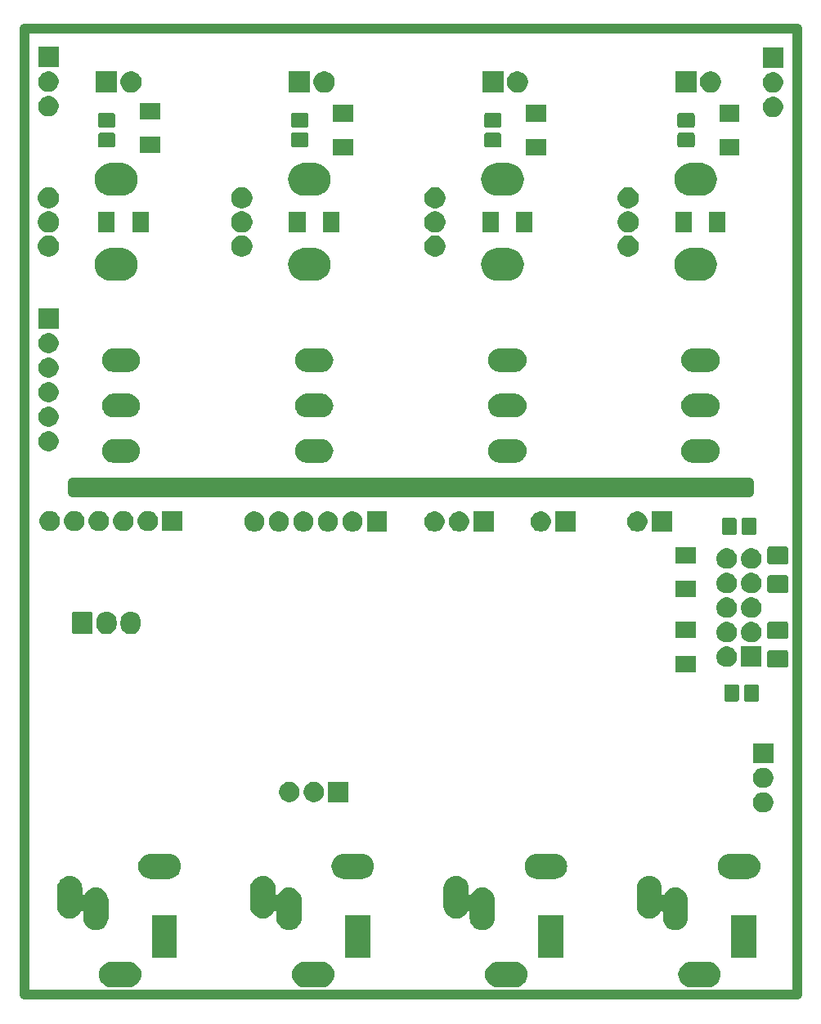
<source format=gbr>
%TF.GenerationSoftware,KiCad,Pcbnew,(5.1.5)-3*%
%TF.CreationDate,2020-04-29T23:45:49+02:00*%
%TF.ProjectId,KicadJE_SympleSeq,4b696361-644a-4455-9f53-796d706c6553,Rev A*%
%TF.SameCoordinates,Original*%
%TF.FileFunction,Soldermask,Bot*%
%TF.FilePolarity,Negative*%
%FSLAX46Y46*%
G04 Gerber Fmt 4.6, Leading zero omitted, Abs format (unit mm)*
G04 Created by KiCad (PCBNEW (5.1.5)-3) date 2020-04-29 23:45:49*
%MOMM*%
%LPD*%
G04 APERTURE LIST*
%ADD10C,1.000000*%
%ADD11C,0.150000*%
G04 APERTURE END LIST*
D10*
X105000000Y-96950000D02*
X105000000Y-97950000D01*
X175000000Y-96950000D02*
X175000000Y-97950000D01*
X105000000Y-96950000D02*
X175000000Y-96950000D01*
X175000000Y-97950000D02*
X105000000Y-97950000D01*
X180000000Y-50000000D02*
X100000000Y-50000000D01*
X180000000Y-150000000D02*
X180000000Y-50000000D01*
X100000000Y-150000000D02*
X180000000Y-150000000D01*
X100000000Y-50000000D02*
X100000000Y-150000000D01*
D11*
G36*
X171054845Y-146618810D02*
G01*
X171299896Y-146693145D01*
X171525736Y-146813860D01*
X171723687Y-146976313D01*
X171886140Y-147174264D01*
X172006855Y-147400104D01*
X172081190Y-147645155D01*
X172106290Y-147900000D01*
X172081190Y-148154845D01*
X172006855Y-148399896D01*
X171886140Y-148625736D01*
X171723687Y-148823687D01*
X171525736Y-148986140D01*
X171299896Y-149106855D01*
X171054845Y-149181190D01*
X170863864Y-149200000D01*
X168936136Y-149200000D01*
X168745155Y-149181190D01*
X168500104Y-149106855D01*
X168274264Y-148986140D01*
X168076313Y-148823687D01*
X167913860Y-148625736D01*
X167793145Y-148399896D01*
X167718810Y-148154845D01*
X167693710Y-147900000D01*
X167718810Y-147645155D01*
X167793145Y-147400104D01*
X167913860Y-147174264D01*
X168076313Y-146976313D01*
X168274264Y-146813860D01*
X168500104Y-146693145D01*
X168745155Y-146618810D01*
X168936136Y-146600000D01*
X170863864Y-146600000D01*
X171054845Y-146618810D01*
G37*
G36*
X151054845Y-146618810D02*
G01*
X151299896Y-146693145D01*
X151525736Y-146813860D01*
X151723687Y-146976313D01*
X151886140Y-147174264D01*
X152006855Y-147400104D01*
X152081190Y-147645155D01*
X152106290Y-147900000D01*
X152081190Y-148154845D01*
X152006855Y-148399896D01*
X151886140Y-148625736D01*
X151723687Y-148823687D01*
X151525736Y-148986140D01*
X151299896Y-149106855D01*
X151054845Y-149181190D01*
X150863864Y-149200000D01*
X148936136Y-149200000D01*
X148745155Y-149181190D01*
X148500104Y-149106855D01*
X148274264Y-148986140D01*
X148076313Y-148823687D01*
X147913860Y-148625736D01*
X147793145Y-148399896D01*
X147718810Y-148154845D01*
X147693710Y-147900000D01*
X147718810Y-147645155D01*
X147793145Y-147400104D01*
X147913860Y-147174264D01*
X148076313Y-146976313D01*
X148274264Y-146813860D01*
X148500104Y-146693145D01*
X148745155Y-146618810D01*
X148936136Y-146600000D01*
X150863864Y-146600000D01*
X151054845Y-146618810D01*
G37*
G36*
X131054845Y-146618810D02*
G01*
X131299896Y-146693145D01*
X131525736Y-146813860D01*
X131723687Y-146976313D01*
X131886140Y-147174264D01*
X132006855Y-147400104D01*
X132081190Y-147645155D01*
X132106290Y-147900000D01*
X132081190Y-148154845D01*
X132006855Y-148399896D01*
X131886140Y-148625736D01*
X131723687Y-148823687D01*
X131525736Y-148986140D01*
X131299896Y-149106855D01*
X131054845Y-149181190D01*
X130863864Y-149200000D01*
X128936136Y-149200000D01*
X128745155Y-149181190D01*
X128500104Y-149106855D01*
X128274264Y-148986140D01*
X128076313Y-148823687D01*
X127913860Y-148625736D01*
X127793145Y-148399896D01*
X127718810Y-148154845D01*
X127693710Y-147900000D01*
X127718810Y-147645155D01*
X127793145Y-147400104D01*
X127913860Y-147174264D01*
X128076313Y-146976313D01*
X128274264Y-146813860D01*
X128500104Y-146693145D01*
X128745155Y-146618810D01*
X128936136Y-146600000D01*
X130863864Y-146600000D01*
X131054845Y-146618810D01*
G37*
G36*
X111054845Y-146618810D02*
G01*
X111299896Y-146693145D01*
X111525736Y-146813860D01*
X111723687Y-146976313D01*
X111886140Y-147174264D01*
X112006855Y-147400104D01*
X112081190Y-147645155D01*
X112106290Y-147900000D01*
X112081190Y-148154845D01*
X112006855Y-148399896D01*
X111886140Y-148625736D01*
X111723687Y-148823687D01*
X111525736Y-148986140D01*
X111299896Y-149106855D01*
X111054845Y-149181190D01*
X110863864Y-149200000D01*
X108936136Y-149200000D01*
X108745155Y-149181190D01*
X108500104Y-149106855D01*
X108274264Y-148986140D01*
X108076313Y-148823687D01*
X107913860Y-148625736D01*
X107793145Y-148399896D01*
X107718810Y-148154845D01*
X107693710Y-147900000D01*
X107718810Y-147645155D01*
X107793145Y-147400104D01*
X107913860Y-147174264D01*
X108076313Y-146976313D01*
X108274264Y-146813860D01*
X108500104Y-146693145D01*
X108745155Y-146618810D01*
X108936136Y-146600000D01*
X110863864Y-146600000D01*
X111054845Y-146618810D01*
G37*
G36*
X115800000Y-146200000D02*
G01*
X113200000Y-146200000D01*
X113200000Y-141800000D01*
X115800000Y-141800000D01*
X115800000Y-146200000D01*
G37*
G36*
X135800000Y-146200000D02*
G01*
X133200000Y-146200000D01*
X133200000Y-141800000D01*
X135800000Y-141800000D01*
X135800000Y-146200000D01*
G37*
G36*
X155800000Y-146200000D02*
G01*
X153200000Y-146200000D01*
X153200000Y-141800000D01*
X155800000Y-141800000D01*
X155800000Y-146200000D01*
G37*
G36*
X175800000Y-146200000D02*
G01*
X173200000Y-146200000D01*
X173200000Y-141800000D01*
X175800000Y-141800000D01*
X175800000Y-146200000D01*
G37*
G36*
X124954844Y-137718810D02*
G01*
X125199895Y-137793145D01*
X125425735Y-137913860D01*
X125623687Y-138076313D01*
X125786140Y-138274264D01*
X125906855Y-138500104D01*
X125981190Y-138745155D01*
X126000000Y-138936136D01*
X126000000Y-139562432D01*
X126002402Y-139586818D01*
X126009515Y-139610267D01*
X126021066Y-139631878D01*
X126036611Y-139650820D01*
X126055553Y-139666365D01*
X126077164Y-139677916D01*
X126100613Y-139685029D01*
X126124999Y-139687431D01*
X126149385Y-139685029D01*
X126172834Y-139677916D01*
X126194445Y-139666365D01*
X126213387Y-139650820D01*
X126235238Y-139621356D01*
X126266734Y-139562432D01*
X126313860Y-139474265D01*
X126476313Y-139276313D01*
X126674264Y-139113860D01*
X126900104Y-138993145D01*
X127145155Y-138918810D01*
X127400000Y-138893710D01*
X127654844Y-138918810D01*
X127899895Y-138993145D01*
X128125735Y-139113860D01*
X128323687Y-139276313D01*
X128486140Y-139474264D01*
X128606855Y-139700104D01*
X128681190Y-139945155D01*
X128700000Y-140136136D01*
X128700000Y-142063864D01*
X128681190Y-142254845D01*
X128606855Y-142499896D01*
X128486140Y-142725736D01*
X128323687Y-142923687D01*
X128125736Y-143086140D01*
X127899896Y-143206855D01*
X127654845Y-143281190D01*
X127400000Y-143306290D01*
X127145156Y-143281190D01*
X126900105Y-143206855D01*
X126674265Y-143086140D01*
X126476314Y-142923687D01*
X126313861Y-142725736D01*
X126193146Y-142499896D01*
X126118811Y-142254845D01*
X126100000Y-142063864D01*
X126100000Y-141437569D01*
X126097598Y-141413183D01*
X126090485Y-141389734D01*
X126078934Y-141368123D01*
X126063389Y-141349181D01*
X126044447Y-141333636D01*
X126022836Y-141322085D01*
X125999387Y-141314972D01*
X125975001Y-141312570D01*
X125950615Y-141314972D01*
X125927166Y-141322085D01*
X125905555Y-141333636D01*
X125886613Y-141349181D01*
X125864764Y-141378643D01*
X125786140Y-141525736D01*
X125623687Y-141723687D01*
X125425736Y-141886140D01*
X125199896Y-142006855D01*
X124954845Y-142081190D01*
X124700000Y-142106290D01*
X124445156Y-142081190D01*
X124200105Y-142006855D01*
X123974265Y-141886140D01*
X123776314Y-141723687D01*
X123613861Y-141525736D01*
X123493146Y-141299896D01*
X123418811Y-141054845D01*
X123400000Y-140863864D01*
X123400000Y-138936137D01*
X123418810Y-138745156D01*
X123493145Y-138500105D01*
X123613860Y-138274265D01*
X123776313Y-138076313D01*
X123974264Y-137913860D01*
X124200104Y-137793145D01*
X124445155Y-137718810D01*
X124700000Y-137693710D01*
X124954844Y-137718810D01*
G37*
G36*
X144954844Y-137718810D02*
G01*
X145199895Y-137793145D01*
X145425735Y-137913860D01*
X145623687Y-138076313D01*
X145786140Y-138274264D01*
X145906855Y-138500104D01*
X145981190Y-138745155D01*
X146000000Y-138936136D01*
X146000000Y-139562432D01*
X146002402Y-139586818D01*
X146009515Y-139610267D01*
X146021066Y-139631878D01*
X146036611Y-139650820D01*
X146055553Y-139666365D01*
X146077164Y-139677916D01*
X146100613Y-139685029D01*
X146124999Y-139687431D01*
X146149385Y-139685029D01*
X146172834Y-139677916D01*
X146194445Y-139666365D01*
X146213387Y-139650820D01*
X146235238Y-139621356D01*
X146266734Y-139562432D01*
X146313860Y-139474265D01*
X146476313Y-139276313D01*
X146674264Y-139113860D01*
X146900104Y-138993145D01*
X147145155Y-138918810D01*
X147400000Y-138893710D01*
X147654844Y-138918810D01*
X147899895Y-138993145D01*
X148125735Y-139113860D01*
X148323687Y-139276313D01*
X148486140Y-139474264D01*
X148606855Y-139700104D01*
X148681190Y-139945155D01*
X148700000Y-140136136D01*
X148700000Y-142063864D01*
X148681190Y-142254845D01*
X148606855Y-142499896D01*
X148486140Y-142725736D01*
X148323687Y-142923687D01*
X148125736Y-143086140D01*
X147899896Y-143206855D01*
X147654845Y-143281190D01*
X147400000Y-143306290D01*
X147145156Y-143281190D01*
X146900105Y-143206855D01*
X146674265Y-143086140D01*
X146476314Y-142923687D01*
X146313861Y-142725736D01*
X146193146Y-142499896D01*
X146118811Y-142254845D01*
X146100000Y-142063864D01*
X146100000Y-141437569D01*
X146097598Y-141413183D01*
X146090485Y-141389734D01*
X146078934Y-141368123D01*
X146063389Y-141349181D01*
X146044447Y-141333636D01*
X146022836Y-141322085D01*
X145999387Y-141314972D01*
X145975001Y-141312570D01*
X145950615Y-141314972D01*
X145927166Y-141322085D01*
X145905555Y-141333636D01*
X145886613Y-141349181D01*
X145864764Y-141378643D01*
X145786140Y-141525736D01*
X145623687Y-141723687D01*
X145425736Y-141886140D01*
X145199896Y-142006855D01*
X144954845Y-142081190D01*
X144700000Y-142106290D01*
X144445156Y-142081190D01*
X144200105Y-142006855D01*
X143974265Y-141886140D01*
X143776314Y-141723687D01*
X143613861Y-141525736D01*
X143493146Y-141299896D01*
X143418811Y-141054845D01*
X143400000Y-140863864D01*
X143400000Y-138936137D01*
X143418810Y-138745156D01*
X143493145Y-138500105D01*
X143613860Y-138274265D01*
X143776313Y-138076313D01*
X143974264Y-137913860D01*
X144200104Y-137793145D01*
X144445155Y-137718810D01*
X144700000Y-137693710D01*
X144954844Y-137718810D01*
G37*
G36*
X164954844Y-137718810D02*
G01*
X165199895Y-137793145D01*
X165425735Y-137913860D01*
X165623687Y-138076313D01*
X165786140Y-138274264D01*
X165906855Y-138500104D01*
X165981190Y-138745155D01*
X166000000Y-138936136D01*
X166000000Y-139562432D01*
X166002402Y-139586818D01*
X166009515Y-139610267D01*
X166021066Y-139631878D01*
X166036611Y-139650820D01*
X166055553Y-139666365D01*
X166077164Y-139677916D01*
X166100613Y-139685029D01*
X166124999Y-139687431D01*
X166149385Y-139685029D01*
X166172834Y-139677916D01*
X166194445Y-139666365D01*
X166213387Y-139650820D01*
X166235238Y-139621356D01*
X166266734Y-139562432D01*
X166313860Y-139474265D01*
X166476313Y-139276313D01*
X166674264Y-139113860D01*
X166900104Y-138993145D01*
X167145155Y-138918810D01*
X167400000Y-138893710D01*
X167654844Y-138918810D01*
X167899895Y-138993145D01*
X168125735Y-139113860D01*
X168323687Y-139276313D01*
X168486140Y-139474264D01*
X168606855Y-139700104D01*
X168681190Y-139945155D01*
X168700000Y-140136136D01*
X168700000Y-142063864D01*
X168681190Y-142254845D01*
X168606855Y-142499896D01*
X168486140Y-142725736D01*
X168323687Y-142923687D01*
X168125736Y-143086140D01*
X167899896Y-143206855D01*
X167654845Y-143281190D01*
X167400000Y-143306290D01*
X167145156Y-143281190D01*
X166900105Y-143206855D01*
X166674265Y-143086140D01*
X166476314Y-142923687D01*
X166313861Y-142725736D01*
X166193146Y-142499896D01*
X166118811Y-142254845D01*
X166100000Y-142063864D01*
X166100000Y-141437569D01*
X166097598Y-141413183D01*
X166090485Y-141389734D01*
X166078934Y-141368123D01*
X166063389Y-141349181D01*
X166044447Y-141333636D01*
X166022836Y-141322085D01*
X165999387Y-141314972D01*
X165975001Y-141312570D01*
X165950615Y-141314972D01*
X165927166Y-141322085D01*
X165905555Y-141333636D01*
X165886613Y-141349181D01*
X165864764Y-141378643D01*
X165786140Y-141525736D01*
X165623687Y-141723687D01*
X165425736Y-141886140D01*
X165199896Y-142006855D01*
X164954845Y-142081190D01*
X164700000Y-142106290D01*
X164445156Y-142081190D01*
X164200105Y-142006855D01*
X163974265Y-141886140D01*
X163776314Y-141723687D01*
X163613861Y-141525736D01*
X163493146Y-141299896D01*
X163418811Y-141054845D01*
X163400000Y-140863864D01*
X163400000Y-138936137D01*
X163418810Y-138745156D01*
X163493145Y-138500105D01*
X163613860Y-138274265D01*
X163776313Y-138076313D01*
X163974264Y-137913860D01*
X164200104Y-137793145D01*
X164445155Y-137718810D01*
X164700000Y-137693710D01*
X164954844Y-137718810D01*
G37*
G36*
X104954844Y-137718810D02*
G01*
X105199895Y-137793145D01*
X105425735Y-137913860D01*
X105623687Y-138076313D01*
X105786140Y-138274264D01*
X105906855Y-138500104D01*
X105981190Y-138745155D01*
X106000000Y-138936136D01*
X106000000Y-139562432D01*
X106002402Y-139586818D01*
X106009515Y-139610267D01*
X106021066Y-139631878D01*
X106036611Y-139650820D01*
X106055553Y-139666365D01*
X106077164Y-139677916D01*
X106100613Y-139685029D01*
X106124999Y-139687431D01*
X106149385Y-139685029D01*
X106172834Y-139677916D01*
X106194445Y-139666365D01*
X106213387Y-139650820D01*
X106235238Y-139621356D01*
X106266734Y-139562432D01*
X106313860Y-139474265D01*
X106476313Y-139276313D01*
X106674264Y-139113860D01*
X106900104Y-138993145D01*
X107145155Y-138918810D01*
X107400000Y-138893710D01*
X107654844Y-138918810D01*
X107899895Y-138993145D01*
X108125735Y-139113860D01*
X108323687Y-139276313D01*
X108486140Y-139474264D01*
X108606855Y-139700104D01*
X108681190Y-139945155D01*
X108700000Y-140136136D01*
X108700000Y-142063864D01*
X108681190Y-142254845D01*
X108606855Y-142499896D01*
X108486140Y-142725736D01*
X108323687Y-142923687D01*
X108125736Y-143086140D01*
X107899896Y-143206855D01*
X107654845Y-143281190D01*
X107400000Y-143306290D01*
X107145156Y-143281190D01*
X106900105Y-143206855D01*
X106674265Y-143086140D01*
X106476314Y-142923687D01*
X106313861Y-142725736D01*
X106193146Y-142499896D01*
X106118811Y-142254845D01*
X106100000Y-142063864D01*
X106100000Y-141437569D01*
X106097598Y-141413183D01*
X106090485Y-141389734D01*
X106078934Y-141368123D01*
X106063389Y-141349181D01*
X106044447Y-141333636D01*
X106022836Y-141322085D01*
X105999387Y-141314972D01*
X105975001Y-141312570D01*
X105950615Y-141314972D01*
X105927166Y-141322085D01*
X105905555Y-141333636D01*
X105886613Y-141349181D01*
X105864764Y-141378643D01*
X105786140Y-141525736D01*
X105623687Y-141723687D01*
X105425736Y-141886140D01*
X105199896Y-142006855D01*
X104954845Y-142081190D01*
X104700000Y-142106290D01*
X104445156Y-142081190D01*
X104200105Y-142006855D01*
X103974265Y-141886140D01*
X103776314Y-141723687D01*
X103613861Y-141525736D01*
X103493146Y-141299896D01*
X103418811Y-141054845D01*
X103400000Y-140863864D01*
X103400000Y-138936137D01*
X103418810Y-138745156D01*
X103493145Y-138500105D01*
X103613860Y-138274265D01*
X103776313Y-138076313D01*
X103974264Y-137913860D01*
X104200104Y-137793145D01*
X104445155Y-137718810D01*
X104700000Y-137693710D01*
X104954844Y-137718810D01*
G37*
G36*
X155154845Y-135418810D02*
G01*
X155399896Y-135493145D01*
X155625736Y-135613860D01*
X155823687Y-135776313D01*
X155986140Y-135974264D01*
X156106855Y-136200104D01*
X156181190Y-136445155D01*
X156206290Y-136700000D01*
X156181190Y-136954845D01*
X156106855Y-137199896D01*
X155986140Y-137425736D01*
X155823687Y-137623687D01*
X155625736Y-137786140D01*
X155399896Y-137906855D01*
X155154845Y-137981190D01*
X154963864Y-138000000D01*
X153036136Y-138000000D01*
X152845155Y-137981190D01*
X152600104Y-137906855D01*
X152374264Y-137786140D01*
X152176313Y-137623687D01*
X152013860Y-137425736D01*
X151893145Y-137199896D01*
X151818810Y-136954845D01*
X151793710Y-136700000D01*
X151818810Y-136445155D01*
X151893145Y-136200104D01*
X152013860Y-135974264D01*
X152176313Y-135776313D01*
X152374264Y-135613860D01*
X152600104Y-135493145D01*
X152845155Y-135418810D01*
X153036136Y-135400000D01*
X154963864Y-135400000D01*
X155154845Y-135418810D01*
G37*
G36*
X175154845Y-135418810D02*
G01*
X175399896Y-135493145D01*
X175625736Y-135613860D01*
X175823687Y-135776313D01*
X175986140Y-135974264D01*
X176106855Y-136200104D01*
X176181190Y-136445155D01*
X176206290Y-136700000D01*
X176181190Y-136954845D01*
X176106855Y-137199896D01*
X175986140Y-137425736D01*
X175823687Y-137623687D01*
X175625736Y-137786140D01*
X175399896Y-137906855D01*
X175154845Y-137981190D01*
X174963864Y-138000000D01*
X173036136Y-138000000D01*
X172845155Y-137981190D01*
X172600104Y-137906855D01*
X172374264Y-137786140D01*
X172176313Y-137623687D01*
X172013860Y-137425736D01*
X171893145Y-137199896D01*
X171818810Y-136954845D01*
X171793710Y-136700000D01*
X171818810Y-136445155D01*
X171893145Y-136200104D01*
X172013860Y-135974264D01*
X172176313Y-135776313D01*
X172374264Y-135613860D01*
X172600104Y-135493145D01*
X172845155Y-135418810D01*
X173036136Y-135400000D01*
X174963864Y-135400000D01*
X175154845Y-135418810D01*
G37*
G36*
X115154845Y-135418810D02*
G01*
X115399896Y-135493145D01*
X115625736Y-135613860D01*
X115823687Y-135776313D01*
X115986140Y-135974264D01*
X116106855Y-136200104D01*
X116181190Y-136445155D01*
X116206290Y-136700000D01*
X116181190Y-136954845D01*
X116106855Y-137199896D01*
X115986140Y-137425736D01*
X115823687Y-137623687D01*
X115625736Y-137786140D01*
X115399896Y-137906855D01*
X115154845Y-137981190D01*
X114963864Y-138000000D01*
X113036136Y-138000000D01*
X112845155Y-137981190D01*
X112600104Y-137906855D01*
X112374264Y-137786140D01*
X112176313Y-137623687D01*
X112013860Y-137425736D01*
X111893145Y-137199896D01*
X111818810Y-136954845D01*
X111793710Y-136700000D01*
X111818810Y-136445155D01*
X111893145Y-136200104D01*
X112013860Y-135974264D01*
X112176313Y-135776313D01*
X112374264Y-135613860D01*
X112600104Y-135493145D01*
X112845155Y-135418810D01*
X113036136Y-135400000D01*
X114963864Y-135400000D01*
X115154845Y-135418810D01*
G37*
G36*
X135154845Y-135418810D02*
G01*
X135399896Y-135493145D01*
X135625736Y-135613860D01*
X135823687Y-135776313D01*
X135986140Y-135974264D01*
X136106855Y-136200104D01*
X136181190Y-136445155D01*
X136206290Y-136700000D01*
X136181190Y-136954845D01*
X136106855Y-137199896D01*
X135986140Y-137425736D01*
X135823687Y-137623687D01*
X135625736Y-137786140D01*
X135399896Y-137906855D01*
X135154845Y-137981190D01*
X134963864Y-138000000D01*
X133036136Y-138000000D01*
X132845155Y-137981190D01*
X132600104Y-137906855D01*
X132374264Y-137786140D01*
X132176313Y-137623687D01*
X132013860Y-137425736D01*
X131893145Y-137199896D01*
X131818810Y-136954845D01*
X131793710Y-136700000D01*
X131818810Y-136445155D01*
X131893145Y-136200104D01*
X132013860Y-135974264D01*
X132176313Y-135776313D01*
X132374264Y-135613860D01*
X132600104Y-135493145D01*
X132845155Y-135418810D01*
X133036136Y-135400000D01*
X134963864Y-135400000D01*
X135154845Y-135418810D01*
G37*
G36*
X176628687Y-129035027D02*
G01*
X176806274Y-129070350D01*
X176997362Y-129149502D01*
X177169336Y-129264411D01*
X177315589Y-129410664D01*
X177430498Y-129582638D01*
X177509650Y-129773726D01*
X177550000Y-129976584D01*
X177550000Y-130183416D01*
X177509650Y-130386274D01*
X177430498Y-130577362D01*
X177315589Y-130749336D01*
X177169336Y-130895589D01*
X176997362Y-131010498D01*
X176806274Y-131089650D01*
X176628687Y-131124973D01*
X176603417Y-131130000D01*
X176396583Y-131130000D01*
X176371313Y-131124973D01*
X176193726Y-131089650D01*
X176002638Y-131010498D01*
X175830664Y-130895589D01*
X175684411Y-130749336D01*
X175569502Y-130577362D01*
X175490350Y-130386274D01*
X175450000Y-130183416D01*
X175450000Y-129976584D01*
X175490350Y-129773726D01*
X175569502Y-129582638D01*
X175684411Y-129410664D01*
X175830664Y-129264411D01*
X176002638Y-129149502D01*
X176193726Y-129070350D01*
X176371313Y-129035027D01*
X176396583Y-129030000D01*
X176603417Y-129030000D01*
X176628687Y-129035027D01*
G37*
G36*
X130088687Y-127955027D02*
G01*
X130266274Y-127990350D01*
X130457362Y-128069502D01*
X130629336Y-128184411D01*
X130775589Y-128330664D01*
X130890498Y-128502638D01*
X130969650Y-128693726D01*
X131010000Y-128896584D01*
X131010000Y-129103416D01*
X130969650Y-129306274D01*
X130890498Y-129497362D01*
X130775589Y-129669336D01*
X130629336Y-129815589D01*
X130457362Y-129930498D01*
X130266274Y-130009650D01*
X130088687Y-130044973D01*
X130063417Y-130050000D01*
X129856583Y-130050000D01*
X129831313Y-130044973D01*
X129653726Y-130009650D01*
X129462638Y-129930498D01*
X129290664Y-129815589D01*
X129144411Y-129669336D01*
X129029502Y-129497362D01*
X128950350Y-129306274D01*
X128910000Y-129103416D01*
X128910000Y-128896584D01*
X128950350Y-128693726D01*
X129029502Y-128502638D01*
X129144411Y-128330664D01*
X129290664Y-128184411D01*
X129462638Y-128069502D01*
X129653726Y-127990350D01*
X129831313Y-127955027D01*
X129856583Y-127950000D01*
X130063417Y-127950000D01*
X130088687Y-127955027D01*
G37*
G36*
X133550000Y-130050000D02*
G01*
X131450000Y-130050000D01*
X131450000Y-127950000D01*
X133550000Y-127950000D01*
X133550000Y-130050000D01*
G37*
G36*
X127548687Y-127955027D02*
G01*
X127726274Y-127990350D01*
X127917362Y-128069502D01*
X128089336Y-128184411D01*
X128235589Y-128330664D01*
X128350498Y-128502638D01*
X128429650Y-128693726D01*
X128470000Y-128896584D01*
X128470000Y-129103416D01*
X128429650Y-129306274D01*
X128350498Y-129497362D01*
X128235589Y-129669336D01*
X128089336Y-129815589D01*
X127917362Y-129930498D01*
X127726274Y-130009650D01*
X127548687Y-130044973D01*
X127523417Y-130050000D01*
X127316583Y-130050000D01*
X127291313Y-130044973D01*
X127113726Y-130009650D01*
X126922638Y-129930498D01*
X126750664Y-129815589D01*
X126604411Y-129669336D01*
X126489502Y-129497362D01*
X126410350Y-129306274D01*
X126370000Y-129103416D01*
X126370000Y-128896584D01*
X126410350Y-128693726D01*
X126489502Y-128502638D01*
X126604411Y-128330664D01*
X126750664Y-128184411D01*
X126922638Y-128069502D01*
X127113726Y-127990350D01*
X127291313Y-127955027D01*
X127316583Y-127950000D01*
X127523417Y-127950000D01*
X127548687Y-127955027D01*
G37*
G36*
X176628687Y-126495027D02*
G01*
X176806274Y-126530350D01*
X176997362Y-126609502D01*
X177169336Y-126724411D01*
X177315589Y-126870664D01*
X177430498Y-127042638D01*
X177509650Y-127233726D01*
X177550000Y-127436584D01*
X177550000Y-127643416D01*
X177509650Y-127846274D01*
X177430498Y-128037362D01*
X177315589Y-128209336D01*
X177169336Y-128355589D01*
X176997362Y-128470498D01*
X176806274Y-128549650D01*
X176628687Y-128584973D01*
X176603417Y-128590000D01*
X176396583Y-128590000D01*
X176371313Y-128584973D01*
X176193726Y-128549650D01*
X176002638Y-128470498D01*
X175830664Y-128355589D01*
X175684411Y-128209336D01*
X175569502Y-128037362D01*
X175490350Y-127846274D01*
X175450000Y-127643416D01*
X175450000Y-127436584D01*
X175490350Y-127233726D01*
X175569502Y-127042638D01*
X175684411Y-126870664D01*
X175830664Y-126724411D01*
X176002638Y-126609502D01*
X176193726Y-126530350D01*
X176371313Y-126495027D01*
X176396583Y-126490000D01*
X176603417Y-126490000D01*
X176628687Y-126495027D01*
G37*
G36*
X177550000Y-126050000D02*
G01*
X175450000Y-126050000D01*
X175450000Y-123950000D01*
X177550000Y-123950000D01*
X177550000Y-126050000D01*
G37*
G36*
X175835529Y-117855710D02*
G01*
X175885378Y-117870831D01*
X175931310Y-117895382D01*
X175971574Y-117928426D01*
X176004618Y-117968690D01*
X176029169Y-118014622D01*
X176044290Y-118064471D01*
X176050000Y-118122444D01*
X176050000Y-119377556D01*
X176044290Y-119435529D01*
X176029169Y-119485378D01*
X176004618Y-119531310D01*
X175971574Y-119571574D01*
X175931310Y-119604618D01*
X175885378Y-119629169D01*
X175835529Y-119644290D01*
X175777556Y-119650000D01*
X174772444Y-119650000D01*
X174714471Y-119644290D01*
X174664622Y-119629169D01*
X174618690Y-119604618D01*
X174578426Y-119571574D01*
X174545382Y-119531310D01*
X174520831Y-119485378D01*
X174505710Y-119435529D01*
X174500000Y-119377556D01*
X174500000Y-118122444D01*
X174505710Y-118064471D01*
X174520831Y-118014622D01*
X174545382Y-117968690D01*
X174578426Y-117928426D01*
X174618690Y-117895382D01*
X174664622Y-117870831D01*
X174714471Y-117855710D01*
X174772444Y-117850000D01*
X175777556Y-117850000D01*
X175835529Y-117855710D01*
G37*
G36*
X173785529Y-117855710D02*
G01*
X173835378Y-117870831D01*
X173881310Y-117895382D01*
X173921574Y-117928426D01*
X173954618Y-117968690D01*
X173979169Y-118014622D01*
X173994290Y-118064471D01*
X174000000Y-118122444D01*
X174000000Y-119377556D01*
X173994290Y-119435529D01*
X173979169Y-119485378D01*
X173954618Y-119531310D01*
X173921574Y-119571574D01*
X173881310Y-119604618D01*
X173835378Y-119629169D01*
X173785529Y-119644290D01*
X173727556Y-119650000D01*
X172722444Y-119650000D01*
X172664471Y-119644290D01*
X172614622Y-119629169D01*
X172568690Y-119604618D01*
X172528426Y-119571574D01*
X172495382Y-119531310D01*
X172470831Y-119485378D01*
X172455710Y-119435529D01*
X172450000Y-119377556D01*
X172450000Y-118122444D01*
X172455710Y-118064471D01*
X172470831Y-118014622D01*
X172495382Y-117968690D01*
X172528426Y-117928426D01*
X172568690Y-117895382D01*
X172614622Y-117870831D01*
X172664471Y-117855710D01*
X172722444Y-117850000D01*
X173727556Y-117850000D01*
X173785529Y-117855710D01*
G37*
G36*
X169550000Y-116600000D02*
G01*
X167450000Y-116600000D01*
X167450000Y-114900000D01*
X169550000Y-114900000D01*
X169550000Y-116600000D01*
G37*
G36*
X178882481Y-114330186D02*
G01*
X178927205Y-114343754D01*
X178968430Y-114365789D01*
X179004561Y-114395439D01*
X179034211Y-114431570D01*
X179056246Y-114472795D01*
X179069814Y-114517519D01*
X179075000Y-114570176D01*
X179075000Y-115904824D01*
X179069814Y-115957481D01*
X179056246Y-116002205D01*
X179034211Y-116043430D01*
X179004561Y-116079561D01*
X178968430Y-116109211D01*
X178927205Y-116131246D01*
X178882481Y-116144814D01*
X178829824Y-116150000D01*
X177170176Y-116150000D01*
X177117519Y-116144814D01*
X177072795Y-116131246D01*
X177031570Y-116109211D01*
X176995439Y-116079561D01*
X176965789Y-116043430D01*
X176943754Y-116002205D01*
X176930186Y-115957481D01*
X176925000Y-115904824D01*
X176925000Y-114570176D01*
X176930186Y-114517519D01*
X176943754Y-114472795D01*
X176965789Y-114431570D01*
X176995439Y-114395439D01*
X177031570Y-114365789D01*
X177072795Y-114343754D01*
X177117519Y-114330186D01*
X177170176Y-114325000D01*
X178829824Y-114325000D01*
X178882481Y-114330186D01*
G37*
G36*
X176313600Y-116063600D02*
G01*
X174186400Y-116063600D01*
X174186400Y-113936400D01*
X176313600Y-113936400D01*
X176313600Y-116063600D01*
G37*
G36*
X173020240Y-113977273D02*
G01*
X173213802Y-114057449D01*
X173388005Y-114173848D01*
X173536152Y-114321995D01*
X173652551Y-114496198D01*
X173732727Y-114689760D01*
X173773600Y-114895243D01*
X173773600Y-115104757D01*
X173732727Y-115310240D01*
X173652551Y-115503802D01*
X173536152Y-115678005D01*
X173388005Y-115826152D01*
X173213802Y-115942551D01*
X173020240Y-116022727D01*
X172814757Y-116063600D01*
X172605243Y-116063600D01*
X172399760Y-116022727D01*
X172206198Y-115942551D01*
X172031995Y-115826152D01*
X171883848Y-115678005D01*
X171767449Y-115503802D01*
X171687273Y-115310240D01*
X171646400Y-115104757D01*
X171646400Y-114895243D01*
X171687273Y-114689760D01*
X171767449Y-114496198D01*
X171883848Y-114321995D01*
X172031995Y-114173848D01*
X172206198Y-114057449D01*
X172399760Y-113977273D01*
X172605243Y-113936400D01*
X172814757Y-113936400D01*
X173020240Y-113977273D01*
G37*
G36*
X175560240Y-111437273D02*
G01*
X175753802Y-111517449D01*
X175928005Y-111633848D01*
X176076152Y-111781995D01*
X176192551Y-111956198D01*
X176272727Y-112149760D01*
X176313600Y-112355243D01*
X176313600Y-112564757D01*
X176272727Y-112770240D01*
X176192551Y-112963802D01*
X176076152Y-113138005D01*
X175928005Y-113286152D01*
X175753802Y-113402551D01*
X175560240Y-113482727D01*
X175354757Y-113523600D01*
X175145243Y-113523600D01*
X174939760Y-113482727D01*
X174746198Y-113402551D01*
X174571995Y-113286152D01*
X174423848Y-113138005D01*
X174307449Y-112963802D01*
X174227273Y-112770240D01*
X174186400Y-112564757D01*
X174186400Y-112355243D01*
X174227273Y-112149760D01*
X174307449Y-111956198D01*
X174423848Y-111781995D01*
X174571995Y-111633848D01*
X174746198Y-111517449D01*
X174939760Y-111437273D01*
X175145243Y-111396400D01*
X175354757Y-111396400D01*
X175560240Y-111437273D01*
G37*
G36*
X173020240Y-111437273D02*
G01*
X173213802Y-111517449D01*
X173388005Y-111633848D01*
X173536152Y-111781995D01*
X173652551Y-111956198D01*
X173732727Y-112149760D01*
X173773600Y-112355243D01*
X173773600Y-112564757D01*
X173732727Y-112770240D01*
X173652551Y-112963802D01*
X173536152Y-113138005D01*
X173388005Y-113286152D01*
X173213802Y-113402551D01*
X173020240Y-113482727D01*
X172814757Y-113523600D01*
X172605243Y-113523600D01*
X172399760Y-113482727D01*
X172206198Y-113402551D01*
X172031995Y-113286152D01*
X171883848Y-113138005D01*
X171767449Y-112963802D01*
X171687273Y-112770240D01*
X171646400Y-112564757D01*
X171646400Y-112355243D01*
X171687273Y-112149760D01*
X171767449Y-111956198D01*
X171883848Y-111781995D01*
X172031995Y-111633848D01*
X172206198Y-111517449D01*
X172399760Y-111437273D01*
X172605243Y-111396400D01*
X172814757Y-111396400D01*
X173020240Y-111437273D01*
G37*
G36*
X178882481Y-111355186D02*
G01*
X178927205Y-111368754D01*
X178968430Y-111390789D01*
X179004561Y-111420439D01*
X179034211Y-111456570D01*
X179056246Y-111497795D01*
X179069814Y-111542519D01*
X179075000Y-111595176D01*
X179075000Y-112929824D01*
X179069814Y-112982481D01*
X179056246Y-113027205D01*
X179034211Y-113068430D01*
X179004561Y-113104561D01*
X178968430Y-113134211D01*
X178927205Y-113156246D01*
X178882481Y-113169814D01*
X178829824Y-113175000D01*
X177170176Y-113175000D01*
X177117519Y-113169814D01*
X177072795Y-113156246D01*
X177031570Y-113134211D01*
X176995439Y-113104561D01*
X176965789Y-113068430D01*
X176943754Y-113027205D01*
X176930186Y-112982481D01*
X176925000Y-112929824D01*
X176925000Y-111595176D01*
X176930186Y-111542519D01*
X176943754Y-111497795D01*
X176965789Y-111456570D01*
X176995439Y-111420439D01*
X177031570Y-111390789D01*
X177072795Y-111368754D01*
X177117519Y-111355186D01*
X177170176Y-111350000D01*
X178829824Y-111350000D01*
X178882481Y-111355186D01*
G37*
G36*
X169550000Y-113100000D02*
G01*
X167450000Y-113100000D01*
X167450000Y-111400000D01*
X169550000Y-111400000D01*
X169550000Y-113100000D01*
G37*
G36*
X111205835Y-110340193D02*
G01*
X111403761Y-110400233D01*
X111403764Y-110400234D01*
X111518204Y-110461404D01*
X111586171Y-110497733D01*
X111607993Y-110515642D01*
X111746055Y-110628945D01*
X111877268Y-110788830D01*
X111974766Y-110971235D01*
X111974766Y-110971236D01*
X111974767Y-110971238D01*
X112034807Y-111169164D01*
X112050000Y-111323422D01*
X112050000Y-111676577D01*
X112034807Y-111830835D01*
X111974767Y-112028761D01*
X111974766Y-112028764D01*
X111974765Y-112028765D01*
X111877267Y-112211171D01*
X111843087Y-112252819D01*
X111746055Y-112371055D01*
X111586170Y-112502268D01*
X111403765Y-112599766D01*
X111403762Y-112599767D01*
X111205836Y-112659807D01*
X111000000Y-112680080D01*
X110794165Y-112659807D01*
X110596239Y-112599767D01*
X110596236Y-112599766D01*
X110413831Y-112502268D01*
X110253946Y-112371054D01*
X110122732Y-112211170D01*
X110025234Y-112028765D01*
X110003221Y-111956197D01*
X109965193Y-111830836D01*
X109950000Y-111676578D01*
X109950000Y-111323423D01*
X109965193Y-111169165D01*
X110025233Y-110971239D01*
X110025234Y-110971236D01*
X110122732Y-110788831D01*
X110122733Y-110788829D01*
X110157757Y-110746152D01*
X110253945Y-110628945D01*
X110413830Y-110497732D01*
X110596235Y-110400234D01*
X110596238Y-110400233D01*
X110794164Y-110340193D01*
X111000000Y-110319920D01*
X111205835Y-110340193D01*
G37*
G36*
X108705835Y-110340193D02*
G01*
X108903761Y-110400233D01*
X108903764Y-110400234D01*
X109018204Y-110461404D01*
X109086171Y-110497733D01*
X109107993Y-110515642D01*
X109246055Y-110628945D01*
X109377268Y-110788830D01*
X109474766Y-110971235D01*
X109474766Y-110971236D01*
X109474767Y-110971238D01*
X109534807Y-111169164D01*
X109550000Y-111323422D01*
X109550000Y-111676577D01*
X109534807Y-111830835D01*
X109474767Y-112028761D01*
X109474766Y-112028764D01*
X109474765Y-112028765D01*
X109377267Y-112211171D01*
X109343087Y-112252819D01*
X109246055Y-112371055D01*
X109086170Y-112502268D01*
X108903765Y-112599766D01*
X108903762Y-112599767D01*
X108705836Y-112659807D01*
X108500000Y-112680080D01*
X108294165Y-112659807D01*
X108096239Y-112599767D01*
X108096236Y-112599766D01*
X107913831Y-112502268D01*
X107753946Y-112371054D01*
X107622732Y-112211170D01*
X107525234Y-112028765D01*
X107503221Y-111956197D01*
X107465193Y-111830836D01*
X107450000Y-111676578D01*
X107450000Y-111323423D01*
X107465193Y-111169165D01*
X107525233Y-110971239D01*
X107525234Y-110971236D01*
X107622732Y-110788831D01*
X107622733Y-110788829D01*
X107657757Y-110746152D01*
X107753945Y-110628945D01*
X107913830Y-110497732D01*
X108096235Y-110400234D01*
X108096238Y-110400233D01*
X108294164Y-110340193D01*
X108500000Y-110319920D01*
X108705835Y-110340193D01*
G37*
G36*
X106872326Y-110329831D02*
G01*
X106913596Y-110342350D01*
X106951631Y-110362681D01*
X106984964Y-110390036D01*
X107012319Y-110423369D01*
X107032650Y-110461404D01*
X107045169Y-110502674D01*
X107050000Y-110551727D01*
X107050000Y-112448273D01*
X107045169Y-112497326D01*
X107032650Y-112538596D01*
X107012319Y-112576631D01*
X106984964Y-112609964D01*
X106951631Y-112637319D01*
X106913596Y-112657650D01*
X106872326Y-112670169D01*
X106823273Y-112675000D01*
X105176727Y-112675000D01*
X105127674Y-112670169D01*
X105086404Y-112657650D01*
X105048369Y-112637319D01*
X105015036Y-112609964D01*
X104987681Y-112576631D01*
X104967350Y-112538596D01*
X104954831Y-112497326D01*
X104950000Y-112448273D01*
X104950000Y-110551727D01*
X104954831Y-110502674D01*
X104967350Y-110461404D01*
X104987681Y-110423369D01*
X105015036Y-110390036D01*
X105048369Y-110362681D01*
X105086404Y-110342350D01*
X105127674Y-110329831D01*
X105176727Y-110325000D01*
X106823273Y-110325000D01*
X106872326Y-110329831D01*
G37*
G36*
X173020240Y-108897273D02*
G01*
X173213802Y-108977449D01*
X173388005Y-109093848D01*
X173536152Y-109241995D01*
X173652551Y-109416198D01*
X173732727Y-109609760D01*
X173773600Y-109815243D01*
X173773600Y-110024757D01*
X173732727Y-110230240D01*
X173652551Y-110423802D01*
X173536152Y-110598005D01*
X173388005Y-110746152D01*
X173213802Y-110862551D01*
X173020240Y-110942727D01*
X172814757Y-110983600D01*
X172605243Y-110983600D01*
X172399760Y-110942727D01*
X172206198Y-110862551D01*
X172031995Y-110746152D01*
X171883848Y-110598005D01*
X171767449Y-110423802D01*
X171687273Y-110230240D01*
X171646400Y-110024757D01*
X171646400Y-109815243D01*
X171687273Y-109609760D01*
X171767449Y-109416198D01*
X171883848Y-109241995D01*
X172031995Y-109093848D01*
X172206198Y-108977449D01*
X172399760Y-108897273D01*
X172605243Y-108856400D01*
X172814757Y-108856400D01*
X173020240Y-108897273D01*
G37*
G36*
X175560240Y-108897273D02*
G01*
X175753802Y-108977449D01*
X175928005Y-109093848D01*
X176076152Y-109241995D01*
X176192551Y-109416198D01*
X176272727Y-109609760D01*
X176313600Y-109815243D01*
X176313600Y-110024757D01*
X176272727Y-110230240D01*
X176192551Y-110423802D01*
X176076152Y-110598005D01*
X175928005Y-110746152D01*
X175753802Y-110862551D01*
X175560240Y-110942727D01*
X175354757Y-110983600D01*
X175145243Y-110983600D01*
X174939760Y-110942727D01*
X174746198Y-110862551D01*
X174571995Y-110746152D01*
X174423848Y-110598005D01*
X174307449Y-110423802D01*
X174227273Y-110230240D01*
X174186400Y-110024757D01*
X174186400Y-109815243D01*
X174227273Y-109609760D01*
X174307449Y-109416198D01*
X174423848Y-109241995D01*
X174571995Y-109093848D01*
X174746198Y-108977449D01*
X174939760Y-108897273D01*
X175145243Y-108856400D01*
X175354757Y-108856400D01*
X175560240Y-108897273D01*
G37*
G36*
X169550000Y-108850000D02*
G01*
X167450000Y-108850000D01*
X167450000Y-107150000D01*
X169550000Y-107150000D01*
X169550000Y-108850000D01*
G37*
G36*
X173020240Y-106357273D02*
G01*
X173213802Y-106437449D01*
X173388005Y-106553848D01*
X173536152Y-106701995D01*
X173652551Y-106876198D01*
X173732727Y-107069760D01*
X173773600Y-107275243D01*
X173773600Y-107484757D01*
X173732727Y-107690240D01*
X173652551Y-107883802D01*
X173536152Y-108058005D01*
X173388005Y-108206152D01*
X173213802Y-108322551D01*
X173020240Y-108402727D01*
X172814757Y-108443600D01*
X172605243Y-108443600D01*
X172399760Y-108402727D01*
X172206198Y-108322551D01*
X172031995Y-108206152D01*
X171883848Y-108058005D01*
X171767449Y-107883802D01*
X171687273Y-107690240D01*
X171646400Y-107484757D01*
X171646400Y-107275243D01*
X171687273Y-107069760D01*
X171767449Y-106876198D01*
X171883848Y-106701995D01*
X172031995Y-106553848D01*
X172206198Y-106437449D01*
X172399760Y-106357273D01*
X172605243Y-106316400D01*
X172814757Y-106316400D01*
X173020240Y-106357273D01*
G37*
G36*
X175560240Y-106357273D02*
G01*
X175753802Y-106437449D01*
X175928005Y-106553848D01*
X176076152Y-106701995D01*
X176192551Y-106876198D01*
X176272727Y-107069760D01*
X176313600Y-107275243D01*
X176313600Y-107484757D01*
X176272727Y-107690240D01*
X176192551Y-107883802D01*
X176076152Y-108058005D01*
X175928005Y-108206152D01*
X175753802Y-108322551D01*
X175560240Y-108402727D01*
X175354757Y-108443600D01*
X175145243Y-108443600D01*
X174939760Y-108402727D01*
X174746198Y-108322551D01*
X174571995Y-108206152D01*
X174423848Y-108058005D01*
X174307449Y-107883802D01*
X174227273Y-107690240D01*
X174186400Y-107484757D01*
X174186400Y-107275243D01*
X174227273Y-107069760D01*
X174307449Y-106876198D01*
X174423848Y-106701995D01*
X174571995Y-106553848D01*
X174746198Y-106437449D01*
X174939760Y-106357273D01*
X175145243Y-106316400D01*
X175354757Y-106316400D01*
X175560240Y-106357273D01*
G37*
G36*
X178882481Y-106580186D02*
G01*
X178927205Y-106593754D01*
X178968430Y-106615789D01*
X179004561Y-106645439D01*
X179034211Y-106681570D01*
X179056246Y-106722795D01*
X179069814Y-106767519D01*
X179075000Y-106820176D01*
X179075000Y-108154824D01*
X179069814Y-108207481D01*
X179056246Y-108252205D01*
X179034211Y-108293430D01*
X179004561Y-108329561D01*
X178968430Y-108359211D01*
X178927205Y-108381246D01*
X178882481Y-108394814D01*
X178829824Y-108400000D01*
X177170176Y-108400000D01*
X177117519Y-108394814D01*
X177072795Y-108381246D01*
X177031570Y-108359211D01*
X176995439Y-108329561D01*
X176965789Y-108293430D01*
X176943754Y-108252205D01*
X176930186Y-108207481D01*
X176925000Y-108154824D01*
X176925000Y-106820176D01*
X176930186Y-106767519D01*
X176943754Y-106722795D01*
X176965789Y-106681570D01*
X176995439Y-106645439D01*
X177031570Y-106615789D01*
X177072795Y-106593754D01*
X177117519Y-106580186D01*
X177170176Y-106575000D01*
X178829824Y-106575000D01*
X178882481Y-106580186D01*
G37*
G36*
X173020240Y-103817273D02*
G01*
X173213802Y-103897449D01*
X173388005Y-104013848D01*
X173536152Y-104161995D01*
X173652551Y-104336198D01*
X173732727Y-104529760D01*
X173773600Y-104735243D01*
X173773600Y-104944757D01*
X173732727Y-105150240D01*
X173652551Y-105343802D01*
X173536152Y-105518005D01*
X173388005Y-105666152D01*
X173213802Y-105782551D01*
X173020240Y-105862727D01*
X172814757Y-105903600D01*
X172605243Y-105903600D01*
X172399760Y-105862727D01*
X172206198Y-105782551D01*
X172031995Y-105666152D01*
X171883848Y-105518005D01*
X171767449Y-105343802D01*
X171687273Y-105150240D01*
X171646400Y-104944757D01*
X171646400Y-104735243D01*
X171687273Y-104529760D01*
X171767449Y-104336198D01*
X171883848Y-104161995D01*
X172031995Y-104013848D01*
X172206198Y-103897449D01*
X172399760Y-103817273D01*
X172605243Y-103776400D01*
X172814757Y-103776400D01*
X173020240Y-103817273D01*
G37*
G36*
X175560240Y-103817273D02*
G01*
X175753802Y-103897449D01*
X175928005Y-104013848D01*
X176076152Y-104161995D01*
X176192551Y-104336198D01*
X176272727Y-104529760D01*
X176313600Y-104735243D01*
X176313600Y-104944757D01*
X176272727Y-105150240D01*
X176192551Y-105343802D01*
X176076152Y-105518005D01*
X175928005Y-105666152D01*
X175753802Y-105782551D01*
X175560240Y-105862727D01*
X175354757Y-105903600D01*
X175145243Y-105903600D01*
X174939760Y-105862727D01*
X174746198Y-105782551D01*
X174571995Y-105666152D01*
X174423848Y-105518005D01*
X174307449Y-105343802D01*
X174227273Y-105150240D01*
X174186400Y-104944757D01*
X174186400Y-104735243D01*
X174227273Y-104529760D01*
X174307449Y-104336198D01*
X174423848Y-104161995D01*
X174571995Y-104013848D01*
X174746198Y-103897449D01*
X174939760Y-103817273D01*
X175145243Y-103776400D01*
X175354757Y-103776400D01*
X175560240Y-103817273D01*
G37*
G36*
X178882481Y-103605186D02*
G01*
X178927205Y-103618754D01*
X178968430Y-103640789D01*
X179004561Y-103670439D01*
X179034211Y-103706570D01*
X179056246Y-103747795D01*
X179069814Y-103792519D01*
X179075000Y-103845176D01*
X179075000Y-105179824D01*
X179069814Y-105232481D01*
X179056246Y-105277205D01*
X179034211Y-105318430D01*
X179004561Y-105354561D01*
X178968430Y-105384211D01*
X178927205Y-105406246D01*
X178882481Y-105419814D01*
X178829824Y-105425000D01*
X177170176Y-105425000D01*
X177117519Y-105419814D01*
X177072795Y-105406246D01*
X177031570Y-105384211D01*
X176995439Y-105354561D01*
X176965789Y-105318430D01*
X176943754Y-105277205D01*
X176930186Y-105232481D01*
X176925000Y-105179824D01*
X176925000Y-103845176D01*
X176930186Y-103792519D01*
X176943754Y-103747795D01*
X176965789Y-103706570D01*
X176995439Y-103670439D01*
X177031570Y-103640789D01*
X177072795Y-103618754D01*
X177117519Y-103605186D01*
X177170176Y-103600000D01*
X178829824Y-103600000D01*
X178882481Y-103605186D01*
G37*
G36*
X169550000Y-105350000D02*
G01*
X167450000Y-105350000D01*
X167450000Y-103650000D01*
X169550000Y-103650000D01*
X169550000Y-105350000D01*
G37*
G36*
X175585529Y-100605710D02*
G01*
X175635378Y-100620831D01*
X175681310Y-100645382D01*
X175721574Y-100678426D01*
X175754618Y-100718690D01*
X175779169Y-100764622D01*
X175794290Y-100814471D01*
X175800000Y-100872444D01*
X175800000Y-102127556D01*
X175794290Y-102185529D01*
X175779169Y-102235378D01*
X175754618Y-102281310D01*
X175721574Y-102321574D01*
X175681310Y-102354618D01*
X175635378Y-102379169D01*
X175585529Y-102394290D01*
X175527556Y-102400000D01*
X174522444Y-102400000D01*
X174464471Y-102394290D01*
X174414622Y-102379169D01*
X174368690Y-102354618D01*
X174328426Y-102321574D01*
X174295382Y-102281310D01*
X174270831Y-102235378D01*
X174255710Y-102185529D01*
X174250000Y-102127556D01*
X174250000Y-100872444D01*
X174255710Y-100814471D01*
X174270831Y-100764622D01*
X174295382Y-100718690D01*
X174328426Y-100678426D01*
X174368690Y-100645382D01*
X174414622Y-100620831D01*
X174464471Y-100605710D01*
X174522444Y-100600000D01*
X175527556Y-100600000D01*
X175585529Y-100605710D01*
G37*
G36*
X173535529Y-100605710D02*
G01*
X173585378Y-100620831D01*
X173631310Y-100645382D01*
X173671574Y-100678426D01*
X173704618Y-100718690D01*
X173729169Y-100764622D01*
X173744290Y-100814471D01*
X173750000Y-100872444D01*
X173750000Y-102127556D01*
X173744290Y-102185529D01*
X173729169Y-102235378D01*
X173704618Y-102281310D01*
X173671574Y-102321574D01*
X173631310Y-102354618D01*
X173585378Y-102379169D01*
X173535529Y-102394290D01*
X173477556Y-102400000D01*
X172472444Y-102400000D01*
X172414471Y-102394290D01*
X172364622Y-102379169D01*
X172318690Y-102354618D01*
X172278426Y-102321574D01*
X172245382Y-102281310D01*
X172220831Y-102235378D01*
X172205710Y-102185529D01*
X172200000Y-102127556D01*
X172200000Y-100872444D01*
X172205710Y-100814471D01*
X172220831Y-100764622D01*
X172245382Y-100718690D01*
X172278426Y-100678426D01*
X172318690Y-100645382D01*
X172364622Y-100620831D01*
X172414471Y-100605710D01*
X172472444Y-100600000D01*
X173477556Y-100600000D01*
X173535529Y-100605710D01*
G37*
G36*
X123928687Y-99955027D02*
G01*
X124106274Y-99990350D01*
X124297362Y-100069502D01*
X124469336Y-100184411D01*
X124615589Y-100330664D01*
X124730498Y-100502638D01*
X124809650Y-100693726D01*
X124850000Y-100896584D01*
X124850000Y-101103416D01*
X124809650Y-101306274D01*
X124730498Y-101497362D01*
X124615589Y-101669336D01*
X124469336Y-101815589D01*
X124297362Y-101930498D01*
X124106274Y-102009650D01*
X123928687Y-102044973D01*
X123903417Y-102050000D01*
X123696583Y-102050000D01*
X123671313Y-102044973D01*
X123493726Y-102009650D01*
X123302638Y-101930498D01*
X123130664Y-101815589D01*
X122984411Y-101669336D01*
X122869502Y-101497362D01*
X122790350Y-101306274D01*
X122750000Y-101103416D01*
X122750000Y-100896584D01*
X122790350Y-100693726D01*
X122869502Y-100502638D01*
X122984411Y-100330664D01*
X123130664Y-100184411D01*
X123302638Y-100069502D01*
X123493726Y-99990350D01*
X123671313Y-99955027D01*
X123696583Y-99950000D01*
X123903417Y-99950000D01*
X123928687Y-99955027D01*
G37*
G36*
X126468687Y-99955027D02*
G01*
X126646274Y-99990350D01*
X126837362Y-100069502D01*
X127009336Y-100184411D01*
X127155589Y-100330664D01*
X127270498Y-100502638D01*
X127349650Y-100693726D01*
X127390000Y-100896584D01*
X127390000Y-101103416D01*
X127349650Y-101306274D01*
X127270498Y-101497362D01*
X127155589Y-101669336D01*
X127009336Y-101815589D01*
X126837362Y-101930498D01*
X126646274Y-102009650D01*
X126468687Y-102044973D01*
X126443417Y-102050000D01*
X126236583Y-102050000D01*
X126211313Y-102044973D01*
X126033726Y-102009650D01*
X125842638Y-101930498D01*
X125670664Y-101815589D01*
X125524411Y-101669336D01*
X125409502Y-101497362D01*
X125330350Y-101306274D01*
X125290000Y-101103416D01*
X125290000Y-100896584D01*
X125330350Y-100693726D01*
X125409502Y-100502638D01*
X125524411Y-100330664D01*
X125670664Y-100184411D01*
X125842638Y-100069502D01*
X126033726Y-99990350D01*
X126211313Y-99955027D01*
X126236583Y-99950000D01*
X126443417Y-99950000D01*
X126468687Y-99955027D01*
G37*
G36*
X129008687Y-99955027D02*
G01*
X129186274Y-99990350D01*
X129377362Y-100069502D01*
X129549336Y-100184411D01*
X129695589Y-100330664D01*
X129810498Y-100502638D01*
X129889650Y-100693726D01*
X129930000Y-100896584D01*
X129930000Y-101103416D01*
X129889650Y-101306274D01*
X129810498Y-101497362D01*
X129695589Y-101669336D01*
X129549336Y-101815589D01*
X129377362Y-101930498D01*
X129186274Y-102009650D01*
X129008687Y-102044973D01*
X128983417Y-102050000D01*
X128776583Y-102050000D01*
X128751313Y-102044973D01*
X128573726Y-102009650D01*
X128382638Y-101930498D01*
X128210664Y-101815589D01*
X128064411Y-101669336D01*
X127949502Y-101497362D01*
X127870350Y-101306274D01*
X127830000Y-101103416D01*
X127830000Y-100896584D01*
X127870350Y-100693726D01*
X127949502Y-100502638D01*
X128064411Y-100330664D01*
X128210664Y-100184411D01*
X128382638Y-100069502D01*
X128573726Y-99990350D01*
X128751313Y-99955027D01*
X128776583Y-99950000D01*
X128983417Y-99950000D01*
X129008687Y-99955027D01*
G37*
G36*
X145128687Y-99955027D02*
G01*
X145306274Y-99990350D01*
X145497362Y-100069502D01*
X145669336Y-100184411D01*
X145815589Y-100330664D01*
X145930498Y-100502638D01*
X146009650Y-100693726D01*
X146050000Y-100896584D01*
X146050000Y-101103416D01*
X146009650Y-101306274D01*
X145930498Y-101497362D01*
X145815589Y-101669336D01*
X145669336Y-101815589D01*
X145497362Y-101930498D01*
X145306274Y-102009650D01*
X145128687Y-102044973D01*
X145103417Y-102050000D01*
X144896583Y-102050000D01*
X144871313Y-102044973D01*
X144693726Y-102009650D01*
X144502638Y-101930498D01*
X144330664Y-101815589D01*
X144184411Y-101669336D01*
X144069502Y-101497362D01*
X143990350Y-101306274D01*
X143950000Y-101103416D01*
X143950000Y-100896584D01*
X143990350Y-100693726D01*
X144069502Y-100502638D01*
X144184411Y-100330664D01*
X144330664Y-100184411D01*
X144502638Y-100069502D01*
X144693726Y-99990350D01*
X144871313Y-99955027D01*
X144896583Y-99950000D01*
X145103417Y-99950000D01*
X145128687Y-99955027D01*
G37*
G36*
X131548687Y-99955027D02*
G01*
X131726274Y-99990350D01*
X131917362Y-100069502D01*
X132089336Y-100184411D01*
X132235589Y-100330664D01*
X132350498Y-100502638D01*
X132429650Y-100693726D01*
X132470000Y-100896584D01*
X132470000Y-101103416D01*
X132429650Y-101306274D01*
X132350498Y-101497362D01*
X132235589Y-101669336D01*
X132089336Y-101815589D01*
X131917362Y-101930498D01*
X131726274Y-102009650D01*
X131548687Y-102044973D01*
X131523417Y-102050000D01*
X131316583Y-102050000D01*
X131291313Y-102044973D01*
X131113726Y-102009650D01*
X130922638Y-101930498D01*
X130750664Y-101815589D01*
X130604411Y-101669336D01*
X130489502Y-101497362D01*
X130410350Y-101306274D01*
X130370000Y-101103416D01*
X130370000Y-100896584D01*
X130410350Y-100693726D01*
X130489502Y-100502638D01*
X130604411Y-100330664D01*
X130750664Y-100184411D01*
X130922638Y-100069502D01*
X131113726Y-99990350D01*
X131291313Y-99955027D01*
X131316583Y-99950000D01*
X131523417Y-99950000D01*
X131548687Y-99955027D01*
G37*
G36*
X134088687Y-99955027D02*
G01*
X134266274Y-99990350D01*
X134457362Y-100069502D01*
X134629336Y-100184411D01*
X134775589Y-100330664D01*
X134890498Y-100502638D01*
X134969650Y-100693726D01*
X135010000Y-100896584D01*
X135010000Y-101103416D01*
X134969650Y-101306274D01*
X134890498Y-101497362D01*
X134775589Y-101669336D01*
X134629336Y-101815589D01*
X134457362Y-101930498D01*
X134266274Y-102009650D01*
X134088687Y-102044973D01*
X134063417Y-102050000D01*
X133856583Y-102050000D01*
X133831313Y-102044973D01*
X133653726Y-102009650D01*
X133462638Y-101930498D01*
X133290664Y-101815589D01*
X133144411Y-101669336D01*
X133029502Y-101497362D01*
X132950350Y-101306274D01*
X132910000Y-101103416D01*
X132910000Y-100896584D01*
X132950350Y-100693726D01*
X133029502Y-100502638D01*
X133144411Y-100330664D01*
X133290664Y-100184411D01*
X133462638Y-100069502D01*
X133653726Y-99990350D01*
X133831313Y-99955027D01*
X133856583Y-99950000D01*
X134063417Y-99950000D01*
X134088687Y-99955027D01*
G37*
G36*
X137550000Y-102050000D02*
G01*
X135450000Y-102050000D01*
X135450000Y-99950000D01*
X137550000Y-99950000D01*
X137550000Y-102050000D01*
G37*
G36*
X163588687Y-99955027D02*
G01*
X163766274Y-99990350D01*
X163957362Y-100069502D01*
X164129336Y-100184411D01*
X164275589Y-100330664D01*
X164390498Y-100502638D01*
X164469650Y-100693726D01*
X164510000Y-100896584D01*
X164510000Y-101103416D01*
X164469650Y-101306274D01*
X164390498Y-101497362D01*
X164275589Y-101669336D01*
X164129336Y-101815589D01*
X163957362Y-101930498D01*
X163766274Y-102009650D01*
X163588687Y-102044973D01*
X163563417Y-102050000D01*
X163356583Y-102050000D01*
X163331313Y-102044973D01*
X163153726Y-102009650D01*
X162962638Y-101930498D01*
X162790664Y-101815589D01*
X162644411Y-101669336D01*
X162529502Y-101497362D01*
X162450350Y-101306274D01*
X162410000Y-101103416D01*
X162410000Y-100896584D01*
X162450350Y-100693726D01*
X162529502Y-100502638D01*
X162644411Y-100330664D01*
X162790664Y-100184411D01*
X162962638Y-100069502D01*
X163153726Y-99990350D01*
X163331313Y-99955027D01*
X163356583Y-99950000D01*
X163563417Y-99950000D01*
X163588687Y-99955027D01*
G37*
G36*
X167050000Y-102050000D02*
G01*
X164950000Y-102050000D01*
X164950000Y-99950000D01*
X167050000Y-99950000D01*
X167050000Y-102050000D01*
G37*
G36*
X142588687Y-99955027D02*
G01*
X142766274Y-99990350D01*
X142957362Y-100069502D01*
X143129336Y-100184411D01*
X143275589Y-100330664D01*
X143390498Y-100502638D01*
X143469650Y-100693726D01*
X143510000Y-100896584D01*
X143510000Y-101103416D01*
X143469650Y-101306274D01*
X143390498Y-101497362D01*
X143275589Y-101669336D01*
X143129336Y-101815589D01*
X142957362Y-101930498D01*
X142766274Y-102009650D01*
X142588687Y-102044973D01*
X142563417Y-102050000D01*
X142356583Y-102050000D01*
X142331313Y-102044973D01*
X142153726Y-102009650D01*
X141962638Y-101930498D01*
X141790664Y-101815589D01*
X141644411Y-101669336D01*
X141529502Y-101497362D01*
X141450350Y-101306274D01*
X141410000Y-101103416D01*
X141410000Y-100896584D01*
X141450350Y-100693726D01*
X141529502Y-100502638D01*
X141644411Y-100330664D01*
X141790664Y-100184411D01*
X141962638Y-100069502D01*
X142153726Y-99990350D01*
X142331313Y-99955027D01*
X142356583Y-99950000D01*
X142563417Y-99950000D01*
X142588687Y-99955027D01*
G37*
G36*
X153588687Y-99955027D02*
G01*
X153766274Y-99990350D01*
X153957362Y-100069502D01*
X154129336Y-100184411D01*
X154275589Y-100330664D01*
X154390498Y-100502638D01*
X154469650Y-100693726D01*
X154510000Y-100896584D01*
X154510000Y-101103416D01*
X154469650Y-101306274D01*
X154390498Y-101497362D01*
X154275589Y-101669336D01*
X154129336Y-101815589D01*
X153957362Y-101930498D01*
X153766274Y-102009650D01*
X153588687Y-102044973D01*
X153563417Y-102050000D01*
X153356583Y-102050000D01*
X153331313Y-102044973D01*
X153153726Y-102009650D01*
X152962638Y-101930498D01*
X152790664Y-101815589D01*
X152644411Y-101669336D01*
X152529502Y-101497362D01*
X152450350Y-101306274D01*
X152410000Y-101103416D01*
X152410000Y-100896584D01*
X152450350Y-100693726D01*
X152529502Y-100502638D01*
X152644411Y-100330664D01*
X152790664Y-100184411D01*
X152962638Y-100069502D01*
X153153726Y-99990350D01*
X153331313Y-99955027D01*
X153356583Y-99950000D01*
X153563417Y-99950000D01*
X153588687Y-99955027D01*
G37*
G36*
X148590000Y-102050000D02*
G01*
X146490000Y-102050000D01*
X146490000Y-99950000D01*
X148590000Y-99950000D01*
X148590000Y-102050000D01*
G37*
G36*
X157050000Y-102050000D02*
G01*
X154950000Y-102050000D01*
X154950000Y-99950000D01*
X157050000Y-99950000D01*
X157050000Y-102050000D01*
G37*
G36*
X116374999Y-102005001D02*
G01*
X114274999Y-102005001D01*
X114274999Y-99905001D01*
X116374999Y-99905001D01*
X116374999Y-102005001D01*
G37*
G36*
X102753686Y-99910028D02*
G01*
X102931273Y-99945351D01*
X103122361Y-100024503D01*
X103294335Y-100139412D01*
X103440588Y-100285665D01*
X103555497Y-100457639D01*
X103634649Y-100648727D01*
X103674999Y-100851585D01*
X103674999Y-101058417D01*
X103634649Y-101261275D01*
X103555497Y-101452363D01*
X103440588Y-101624337D01*
X103294335Y-101770590D01*
X103122361Y-101885499D01*
X102931273Y-101964651D01*
X102753686Y-101999974D01*
X102728416Y-102005001D01*
X102521582Y-102005001D01*
X102496312Y-101999974D01*
X102318725Y-101964651D01*
X102127637Y-101885499D01*
X101955663Y-101770590D01*
X101809410Y-101624337D01*
X101694501Y-101452363D01*
X101615349Y-101261275D01*
X101574999Y-101058417D01*
X101574999Y-100851585D01*
X101615349Y-100648727D01*
X101694501Y-100457639D01*
X101809410Y-100285665D01*
X101955663Y-100139412D01*
X102127637Y-100024503D01*
X102318725Y-99945351D01*
X102496312Y-99910028D01*
X102521582Y-99905001D01*
X102728416Y-99905001D01*
X102753686Y-99910028D01*
G37*
G36*
X105293686Y-99910028D02*
G01*
X105471273Y-99945351D01*
X105662361Y-100024503D01*
X105834335Y-100139412D01*
X105980588Y-100285665D01*
X106095497Y-100457639D01*
X106174649Y-100648727D01*
X106214999Y-100851585D01*
X106214999Y-101058417D01*
X106174649Y-101261275D01*
X106095497Y-101452363D01*
X105980588Y-101624337D01*
X105834335Y-101770590D01*
X105662361Y-101885499D01*
X105471273Y-101964651D01*
X105293686Y-101999974D01*
X105268416Y-102005001D01*
X105061582Y-102005001D01*
X105036312Y-101999974D01*
X104858725Y-101964651D01*
X104667637Y-101885499D01*
X104495663Y-101770590D01*
X104349410Y-101624337D01*
X104234501Y-101452363D01*
X104155349Y-101261275D01*
X104114999Y-101058417D01*
X104114999Y-100851585D01*
X104155349Y-100648727D01*
X104234501Y-100457639D01*
X104349410Y-100285665D01*
X104495663Y-100139412D01*
X104667637Y-100024503D01*
X104858725Y-99945351D01*
X105036312Y-99910028D01*
X105061582Y-99905001D01*
X105268416Y-99905001D01*
X105293686Y-99910028D01*
G37*
G36*
X107833686Y-99910028D02*
G01*
X108011273Y-99945351D01*
X108202361Y-100024503D01*
X108374335Y-100139412D01*
X108520588Y-100285665D01*
X108635497Y-100457639D01*
X108714649Y-100648727D01*
X108754999Y-100851585D01*
X108754999Y-101058417D01*
X108714649Y-101261275D01*
X108635497Y-101452363D01*
X108520588Y-101624337D01*
X108374335Y-101770590D01*
X108202361Y-101885499D01*
X108011273Y-101964651D01*
X107833686Y-101999974D01*
X107808416Y-102005001D01*
X107601582Y-102005001D01*
X107576312Y-101999974D01*
X107398725Y-101964651D01*
X107207637Y-101885499D01*
X107035663Y-101770590D01*
X106889410Y-101624337D01*
X106774501Y-101452363D01*
X106695349Y-101261275D01*
X106654999Y-101058417D01*
X106654999Y-100851585D01*
X106695349Y-100648727D01*
X106774501Y-100457639D01*
X106889410Y-100285665D01*
X107035663Y-100139412D01*
X107207637Y-100024503D01*
X107398725Y-99945351D01*
X107576312Y-99910028D01*
X107601582Y-99905001D01*
X107808416Y-99905001D01*
X107833686Y-99910028D01*
G37*
G36*
X110373686Y-99910028D02*
G01*
X110551273Y-99945351D01*
X110742361Y-100024503D01*
X110914335Y-100139412D01*
X111060588Y-100285665D01*
X111175497Y-100457639D01*
X111254649Y-100648727D01*
X111294999Y-100851585D01*
X111294999Y-101058417D01*
X111254649Y-101261275D01*
X111175497Y-101452363D01*
X111060588Y-101624337D01*
X110914335Y-101770590D01*
X110742361Y-101885499D01*
X110551273Y-101964651D01*
X110373686Y-101999974D01*
X110348416Y-102005001D01*
X110141582Y-102005001D01*
X110116312Y-101999974D01*
X109938725Y-101964651D01*
X109747637Y-101885499D01*
X109575663Y-101770590D01*
X109429410Y-101624337D01*
X109314501Y-101452363D01*
X109235349Y-101261275D01*
X109194999Y-101058417D01*
X109194999Y-100851585D01*
X109235349Y-100648727D01*
X109314501Y-100457639D01*
X109429410Y-100285665D01*
X109575663Y-100139412D01*
X109747637Y-100024503D01*
X109938725Y-99945351D01*
X110116312Y-99910028D01*
X110141582Y-99905001D01*
X110348416Y-99905001D01*
X110373686Y-99910028D01*
G37*
G36*
X112913686Y-99910028D02*
G01*
X113091273Y-99945351D01*
X113282361Y-100024503D01*
X113454335Y-100139412D01*
X113600588Y-100285665D01*
X113715497Y-100457639D01*
X113794649Y-100648727D01*
X113834999Y-100851585D01*
X113834999Y-101058417D01*
X113794649Y-101261275D01*
X113715497Y-101452363D01*
X113600588Y-101624337D01*
X113454335Y-101770590D01*
X113282361Y-101885499D01*
X113091273Y-101964651D01*
X112913686Y-101999974D01*
X112888416Y-102005001D01*
X112681582Y-102005001D01*
X112656312Y-101999974D01*
X112478725Y-101964651D01*
X112287637Y-101885499D01*
X112115663Y-101770590D01*
X111969410Y-101624337D01*
X111854501Y-101452363D01*
X111775349Y-101261275D01*
X111734999Y-101058417D01*
X111734999Y-100851585D01*
X111775349Y-100648727D01*
X111854501Y-100457639D01*
X111969410Y-100285665D01*
X112115663Y-100139412D01*
X112287637Y-100024503D01*
X112478725Y-99945351D01*
X112656312Y-99910028D01*
X112681582Y-99905001D01*
X112888416Y-99905001D01*
X112913686Y-99910028D01*
G37*
G36*
X170881281Y-92489865D02*
G01*
X171000378Y-92501595D01*
X171229594Y-92571127D01*
X171229597Y-92571128D01*
X171401517Y-92663021D01*
X171440842Y-92684041D01*
X171626002Y-92835998D01*
X171777959Y-93021158D01*
X171777961Y-93021162D01*
X171890872Y-93232403D01*
X171890873Y-93232406D01*
X171960405Y-93461622D01*
X171983883Y-93700000D01*
X171960405Y-93938378D01*
X171890873Y-94167594D01*
X171890872Y-94167597D01*
X171798979Y-94339517D01*
X171777959Y-94378842D01*
X171626002Y-94564002D01*
X171440842Y-94715959D01*
X171440838Y-94715961D01*
X171229597Y-94828872D01*
X171229594Y-94828873D01*
X171000378Y-94898405D01*
X170881281Y-94910135D01*
X170821733Y-94916000D01*
X169178267Y-94916000D01*
X169118719Y-94910135D01*
X168999622Y-94898405D01*
X168770406Y-94828873D01*
X168770403Y-94828872D01*
X168559162Y-94715961D01*
X168559158Y-94715959D01*
X168373998Y-94564002D01*
X168222041Y-94378842D01*
X168201021Y-94339517D01*
X168109128Y-94167597D01*
X168109127Y-94167594D01*
X168039595Y-93938378D01*
X168016117Y-93700000D01*
X168039595Y-93461622D01*
X168109127Y-93232406D01*
X168109128Y-93232403D01*
X168222039Y-93021162D01*
X168222041Y-93021158D01*
X168373998Y-92835998D01*
X168559158Y-92684041D01*
X168598483Y-92663021D01*
X168770403Y-92571128D01*
X168770406Y-92571127D01*
X168999622Y-92501595D01*
X169118719Y-92489865D01*
X169178267Y-92484000D01*
X170821733Y-92484000D01*
X170881281Y-92489865D01*
G37*
G36*
X110881281Y-92489865D02*
G01*
X111000378Y-92501595D01*
X111229594Y-92571127D01*
X111229597Y-92571128D01*
X111401517Y-92663021D01*
X111440842Y-92684041D01*
X111626002Y-92835998D01*
X111777959Y-93021158D01*
X111777961Y-93021162D01*
X111890872Y-93232403D01*
X111890873Y-93232406D01*
X111960405Y-93461622D01*
X111983883Y-93700000D01*
X111960405Y-93938378D01*
X111890873Y-94167594D01*
X111890872Y-94167597D01*
X111798979Y-94339517D01*
X111777959Y-94378842D01*
X111626002Y-94564002D01*
X111440842Y-94715959D01*
X111440838Y-94715961D01*
X111229597Y-94828872D01*
X111229594Y-94828873D01*
X111000378Y-94898405D01*
X110881281Y-94910135D01*
X110821733Y-94916000D01*
X109178267Y-94916000D01*
X109118719Y-94910135D01*
X108999622Y-94898405D01*
X108770406Y-94828873D01*
X108770403Y-94828872D01*
X108559162Y-94715961D01*
X108559158Y-94715959D01*
X108373998Y-94564002D01*
X108222041Y-94378842D01*
X108201021Y-94339517D01*
X108109128Y-94167597D01*
X108109127Y-94167594D01*
X108039595Y-93938378D01*
X108016117Y-93700000D01*
X108039595Y-93461622D01*
X108109127Y-93232406D01*
X108109128Y-93232403D01*
X108222039Y-93021162D01*
X108222041Y-93021158D01*
X108373998Y-92835998D01*
X108559158Y-92684041D01*
X108598483Y-92663021D01*
X108770403Y-92571128D01*
X108770406Y-92571127D01*
X108999622Y-92501595D01*
X109118719Y-92489865D01*
X109178267Y-92484000D01*
X110821733Y-92484000D01*
X110881281Y-92489865D01*
G37*
G36*
X130881281Y-92489865D02*
G01*
X131000378Y-92501595D01*
X131229594Y-92571127D01*
X131229597Y-92571128D01*
X131401517Y-92663021D01*
X131440842Y-92684041D01*
X131626002Y-92835998D01*
X131777959Y-93021158D01*
X131777961Y-93021162D01*
X131890872Y-93232403D01*
X131890873Y-93232406D01*
X131960405Y-93461622D01*
X131983883Y-93700000D01*
X131960405Y-93938378D01*
X131890873Y-94167594D01*
X131890872Y-94167597D01*
X131798979Y-94339517D01*
X131777959Y-94378842D01*
X131626002Y-94564002D01*
X131440842Y-94715959D01*
X131440838Y-94715961D01*
X131229597Y-94828872D01*
X131229594Y-94828873D01*
X131000378Y-94898405D01*
X130881281Y-94910135D01*
X130821733Y-94916000D01*
X129178267Y-94916000D01*
X129118719Y-94910135D01*
X128999622Y-94898405D01*
X128770406Y-94828873D01*
X128770403Y-94828872D01*
X128559162Y-94715961D01*
X128559158Y-94715959D01*
X128373998Y-94564002D01*
X128222041Y-94378842D01*
X128201021Y-94339517D01*
X128109128Y-94167597D01*
X128109127Y-94167594D01*
X128039595Y-93938378D01*
X128016117Y-93700000D01*
X128039595Y-93461622D01*
X128109127Y-93232406D01*
X128109128Y-93232403D01*
X128222039Y-93021162D01*
X128222041Y-93021158D01*
X128373998Y-92835998D01*
X128559158Y-92684041D01*
X128598483Y-92663021D01*
X128770403Y-92571128D01*
X128770406Y-92571127D01*
X128999622Y-92501595D01*
X129118719Y-92489865D01*
X129178267Y-92484000D01*
X130821733Y-92484000D01*
X130881281Y-92489865D01*
G37*
G36*
X150881281Y-92489865D02*
G01*
X151000378Y-92501595D01*
X151229594Y-92571127D01*
X151229597Y-92571128D01*
X151401517Y-92663021D01*
X151440842Y-92684041D01*
X151626002Y-92835998D01*
X151777959Y-93021158D01*
X151777961Y-93021162D01*
X151890872Y-93232403D01*
X151890873Y-93232406D01*
X151960405Y-93461622D01*
X151983883Y-93700000D01*
X151960405Y-93938378D01*
X151890873Y-94167594D01*
X151890872Y-94167597D01*
X151798979Y-94339517D01*
X151777959Y-94378842D01*
X151626002Y-94564002D01*
X151440842Y-94715959D01*
X151440838Y-94715961D01*
X151229597Y-94828872D01*
X151229594Y-94828873D01*
X151000378Y-94898405D01*
X150881281Y-94910135D01*
X150821733Y-94916000D01*
X149178267Y-94916000D01*
X149118719Y-94910135D01*
X148999622Y-94898405D01*
X148770406Y-94828873D01*
X148770403Y-94828872D01*
X148559162Y-94715961D01*
X148559158Y-94715959D01*
X148373998Y-94564002D01*
X148222041Y-94378842D01*
X148201021Y-94339517D01*
X148109128Y-94167597D01*
X148109127Y-94167594D01*
X148039595Y-93938378D01*
X148016117Y-93700000D01*
X148039595Y-93461622D01*
X148109127Y-93232406D01*
X148109128Y-93232403D01*
X148222039Y-93021162D01*
X148222041Y-93021158D01*
X148373998Y-92835998D01*
X148559158Y-92684041D01*
X148598483Y-92663021D01*
X148770403Y-92571128D01*
X148770406Y-92571127D01*
X148999622Y-92501595D01*
X149118719Y-92489865D01*
X149178267Y-92484000D01*
X150821733Y-92484000D01*
X150881281Y-92489865D01*
G37*
G36*
X102628687Y-91655027D02*
G01*
X102806274Y-91690350D01*
X102997362Y-91769502D01*
X103169336Y-91884411D01*
X103315589Y-92030664D01*
X103430498Y-92202638D01*
X103509650Y-92393726D01*
X103550000Y-92596584D01*
X103550000Y-92803416D01*
X103509650Y-93006274D01*
X103430498Y-93197362D01*
X103315589Y-93369336D01*
X103169336Y-93515589D01*
X102997362Y-93630498D01*
X102806274Y-93709650D01*
X102628687Y-93744973D01*
X102603417Y-93750000D01*
X102396583Y-93750000D01*
X102371313Y-93744973D01*
X102193726Y-93709650D01*
X102002638Y-93630498D01*
X101830664Y-93515589D01*
X101684411Y-93369336D01*
X101569502Y-93197362D01*
X101490350Y-93006274D01*
X101450000Y-92803416D01*
X101450000Y-92596584D01*
X101490350Y-92393726D01*
X101569502Y-92202638D01*
X101684411Y-92030664D01*
X101830664Y-91884411D01*
X102002638Y-91769502D01*
X102193726Y-91690350D01*
X102371313Y-91655027D01*
X102396583Y-91650000D01*
X102603417Y-91650000D01*
X102628687Y-91655027D01*
G37*
G36*
X102628687Y-89115027D02*
G01*
X102806274Y-89150350D01*
X102997362Y-89229502D01*
X103169336Y-89344411D01*
X103315589Y-89490664D01*
X103430498Y-89662638D01*
X103509650Y-89853726D01*
X103550000Y-90056584D01*
X103550000Y-90263416D01*
X103509650Y-90466274D01*
X103430498Y-90657362D01*
X103315589Y-90829336D01*
X103169336Y-90975589D01*
X102997362Y-91090498D01*
X102806274Y-91169650D01*
X102628687Y-91204973D01*
X102603417Y-91210000D01*
X102396583Y-91210000D01*
X102371313Y-91204973D01*
X102193726Y-91169650D01*
X102002638Y-91090498D01*
X101830664Y-90975589D01*
X101684411Y-90829336D01*
X101569502Y-90657362D01*
X101490350Y-90466274D01*
X101450000Y-90263416D01*
X101450000Y-90056584D01*
X101490350Y-89853726D01*
X101569502Y-89662638D01*
X101684411Y-89490664D01*
X101830664Y-89344411D01*
X102002638Y-89229502D01*
X102193726Y-89150350D01*
X102371313Y-89115027D01*
X102396583Y-89110000D01*
X102603417Y-89110000D01*
X102628687Y-89115027D01*
G37*
G36*
X130881281Y-87789865D02*
G01*
X131000378Y-87801595D01*
X131229594Y-87871127D01*
X131229597Y-87871128D01*
X131401517Y-87963021D01*
X131440842Y-87984041D01*
X131626002Y-88135998D01*
X131777959Y-88321158D01*
X131777961Y-88321162D01*
X131890872Y-88532403D01*
X131890873Y-88532406D01*
X131960405Y-88761622D01*
X131983883Y-89000000D01*
X131960405Y-89238378D01*
X131928240Y-89344411D01*
X131890872Y-89467597D01*
X131798979Y-89639517D01*
X131777959Y-89678842D01*
X131626002Y-89864002D01*
X131440842Y-90015959D01*
X131440838Y-90015961D01*
X131229597Y-90128872D01*
X131229594Y-90128873D01*
X131000378Y-90198405D01*
X130881281Y-90210135D01*
X130821733Y-90216000D01*
X129178267Y-90216000D01*
X129118719Y-90210135D01*
X128999622Y-90198405D01*
X128770406Y-90128873D01*
X128770403Y-90128872D01*
X128559162Y-90015961D01*
X128559158Y-90015959D01*
X128373998Y-89864002D01*
X128222041Y-89678842D01*
X128201021Y-89639517D01*
X128109128Y-89467597D01*
X128071760Y-89344411D01*
X128039595Y-89238378D01*
X128016117Y-89000000D01*
X128039595Y-88761622D01*
X128109127Y-88532406D01*
X128109128Y-88532403D01*
X128222039Y-88321162D01*
X128222041Y-88321158D01*
X128373998Y-88135998D01*
X128559158Y-87984041D01*
X128598483Y-87963021D01*
X128770403Y-87871128D01*
X128770406Y-87871127D01*
X128999622Y-87801595D01*
X129118719Y-87789865D01*
X129178267Y-87784000D01*
X130821733Y-87784000D01*
X130881281Y-87789865D01*
G37*
G36*
X170881281Y-87789865D02*
G01*
X171000378Y-87801595D01*
X171229594Y-87871127D01*
X171229597Y-87871128D01*
X171401517Y-87963021D01*
X171440842Y-87984041D01*
X171626002Y-88135998D01*
X171777959Y-88321158D01*
X171777961Y-88321162D01*
X171890872Y-88532403D01*
X171890873Y-88532406D01*
X171960405Y-88761622D01*
X171983883Y-89000000D01*
X171960405Y-89238378D01*
X171928240Y-89344411D01*
X171890872Y-89467597D01*
X171798979Y-89639517D01*
X171777959Y-89678842D01*
X171626002Y-89864002D01*
X171440842Y-90015959D01*
X171440838Y-90015961D01*
X171229597Y-90128872D01*
X171229594Y-90128873D01*
X171000378Y-90198405D01*
X170881281Y-90210135D01*
X170821733Y-90216000D01*
X169178267Y-90216000D01*
X169118719Y-90210135D01*
X168999622Y-90198405D01*
X168770406Y-90128873D01*
X168770403Y-90128872D01*
X168559162Y-90015961D01*
X168559158Y-90015959D01*
X168373998Y-89864002D01*
X168222041Y-89678842D01*
X168201021Y-89639517D01*
X168109128Y-89467597D01*
X168071760Y-89344411D01*
X168039595Y-89238378D01*
X168016117Y-89000000D01*
X168039595Y-88761622D01*
X168109127Y-88532406D01*
X168109128Y-88532403D01*
X168222039Y-88321162D01*
X168222041Y-88321158D01*
X168373998Y-88135998D01*
X168559158Y-87984041D01*
X168598483Y-87963021D01*
X168770403Y-87871128D01*
X168770406Y-87871127D01*
X168999622Y-87801595D01*
X169118719Y-87789865D01*
X169178267Y-87784000D01*
X170821733Y-87784000D01*
X170881281Y-87789865D01*
G37*
G36*
X150881281Y-87789865D02*
G01*
X151000378Y-87801595D01*
X151229594Y-87871127D01*
X151229597Y-87871128D01*
X151401517Y-87963021D01*
X151440842Y-87984041D01*
X151626002Y-88135998D01*
X151777959Y-88321158D01*
X151777961Y-88321162D01*
X151890872Y-88532403D01*
X151890873Y-88532406D01*
X151960405Y-88761622D01*
X151983883Y-89000000D01*
X151960405Y-89238378D01*
X151928240Y-89344411D01*
X151890872Y-89467597D01*
X151798979Y-89639517D01*
X151777959Y-89678842D01*
X151626002Y-89864002D01*
X151440842Y-90015959D01*
X151440838Y-90015961D01*
X151229597Y-90128872D01*
X151229594Y-90128873D01*
X151000378Y-90198405D01*
X150881281Y-90210135D01*
X150821733Y-90216000D01*
X149178267Y-90216000D01*
X149118719Y-90210135D01*
X148999622Y-90198405D01*
X148770406Y-90128873D01*
X148770403Y-90128872D01*
X148559162Y-90015961D01*
X148559158Y-90015959D01*
X148373998Y-89864002D01*
X148222041Y-89678842D01*
X148201021Y-89639517D01*
X148109128Y-89467597D01*
X148071760Y-89344411D01*
X148039595Y-89238378D01*
X148016117Y-89000000D01*
X148039595Y-88761622D01*
X148109127Y-88532406D01*
X148109128Y-88532403D01*
X148222039Y-88321162D01*
X148222041Y-88321158D01*
X148373998Y-88135998D01*
X148559158Y-87984041D01*
X148598483Y-87963021D01*
X148770403Y-87871128D01*
X148770406Y-87871127D01*
X148999622Y-87801595D01*
X149118719Y-87789865D01*
X149178267Y-87784000D01*
X150821733Y-87784000D01*
X150881281Y-87789865D01*
G37*
G36*
X110881281Y-87789865D02*
G01*
X111000378Y-87801595D01*
X111229594Y-87871127D01*
X111229597Y-87871128D01*
X111401517Y-87963021D01*
X111440842Y-87984041D01*
X111626002Y-88135998D01*
X111777959Y-88321158D01*
X111777961Y-88321162D01*
X111890872Y-88532403D01*
X111890873Y-88532406D01*
X111960405Y-88761622D01*
X111983883Y-89000000D01*
X111960405Y-89238378D01*
X111928240Y-89344411D01*
X111890872Y-89467597D01*
X111798979Y-89639517D01*
X111777959Y-89678842D01*
X111626002Y-89864002D01*
X111440842Y-90015959D01*
X111440838Y-90015961D01*
X111229597Y-90128872D01*
X111229594Y-90128873D01*
X111000378Y-90198405D01*
X110881281Y-90210135D01*
X110821733Y-90216000D01*
X109178267Y-90216000D01*
X109118719Y-90210135D01*
X108999622Y-90198405D01*
X108770406Y-90128873D01*
X108770403Y-90128872D01*
X108559162Y-90015961D01*
X108559158Y-90015959D01*
X108373998Y-89864002D01*
X108222041Y-89678842D01*
X108201021Y-89639517D01*
X108109128Y-89467597D01*
X108071760Y-89344411D01*
X108039595Y-89238378D01*
X108016117Y-89000000D01*
X108039595Y-88761622D01*
X108109127Y-88532406D01*
X108109128Y-88532403D01*
X108222039Y-88321162D01*
X108222041Y-88321158D01*
X108373998Y-88135998D01*
X108559158Y-87984041D01*
X108598483Y-87963021D01*
X108770403Y-87871128D01*
X108770406Y-87871127D01*
X108999622Y-87801595D01*
X109118719Y-87789865D01*
X109178267Y-87784000D01*
X110821733Y-87784000D01*
X110881281Y-87789865D01*
G37*
G36*
X102628687Y-86575027D02*
G01*
X102806274Y-86610350D01*
X102997362Y-86689502D01*
X103169336Y-86804411D01*
X103315589Y-86950664D01*
X103430498Y-87122638D01*
X103509650Y-87313726D01*
X103550000Y-87516584D01*
X103550000Y-87723416D01*
X103509650Y-87926274D01*
X103430498Y-88117362D01*
X103315589Y-88289336D01*
X103169336Y-88435589D01*
X102997362Y-88550498D01*
X102806274Y-88629650D01*
X102628687Y-88664973D01*
X102603417Y-88670000D01*
X102396583Y-88670000D01*
X102371313Y-88664973D01*
X102193726Y-88629650D01*
X102002638Y-88550498D01*
X101830664Y-88435589D01*
X101684411Y-88289336D01*
X101569502Y-88117362D01*
X101490350Y-87926274D01*
X101450000Y-87723416D01*
X101450000Y-87516584D01*
X101490350Y-87313726D01*
X101569502Y-87122638D01*
X101684411Y-86950664D01*
X101830664Y-86804411D01*
X102002638Y-86689502D01*
X102193726Y-86610350D01*
X102371313Y-86575027D01*
X102396583Y-86570000D01*
X102603417Y-86570000D01*
X102628687Y-86575027D01*
G37*
G36*
X102628687Y-84035027D02*
G01*
X102806274Y-84070350D01*
X102997362Y-84149502D01*
X103169336Y-84264411D01*
X103315589Y-84410664D01*
X103430498Y-84582638D01*
X103509650Y-84773726D01*
X103550000Y-84976584D01*
X103550000Y-85183416D01*
X103509650Y-85386274D01*
X103430498Y-85577362D01*
X103315589Y-85749336D01*
X103169336Y-85895589D01*
X102997362Y-86010498D01*
X102806274Y-86089650D01*
X102628687Y-86124973D01*
X102603417Y-86130000D01*
X102396583Y-86130000D01*
X102371313Y-86124973D01*
X102193726Y-86089650D01*
X102002638Y-86010498D01*
X101830664Y-85895589D01*
X101684411Y-85749336D01*
X101569502Y-85577362D01*
X101490350Y-85386274D01*
X101450000Y-85183416D01*
X101450000Y-84976584D01*
X101490350Y-84773726D01*
X101569502Y-84582638D01*
X101684411Y-84410664D01*
X101830664Y-84264411D01*
X102002638Y-84149502D01*
X102193726Y-84070350D01*
X102371313Y-84035027D01*
X102396583Y-84030000D01*
X102603417Y-84030000D01*
X102628687Y-84035027D01*
G37*
G36*
X130881281Y-83089865D02*
G01*
X131000378Y-83101595D01*
X131229594Y-83171127D01*
X131229597Y-83171128D01*
X131401517Y-83263021D01*
X131440842Y-83284041D01*
X131626002Y-83435998D01*
X131777959Y-83621158D01*
X131777961Y-83621162D01*
X131890872Y-83832403D01*
X131890873Y-83832406D01*
X131960405Y-84061622D01*
X131983883Y-84300000D01*
X131960405Y-84538378D01*
X131946978Y-84582640D01*
X131890872Y-84767597D01*
X131798979Y-84939517D01*
X131777959Y-84978842D01*
X131626002Y-85164002D01*
X131440842Y-85315959D01*
X131440838Y-85315961D01*
X131229597Y-85428872D01*
X131229594Y-85428873D01*
X131000378Y-85498405D01*
X130881281Y-85510135D01*
X130821733Y-85516000D01*
X129178267Y-85516000D01*
X129118719Y-85510135D01*
X128999622Y-85498405D01*
X128770406Y-85428873D01*
X128770403Y-85428872D01*
X128559162Y-85315961D01*
X128559158Y-85315959D01*
X128373998Y-85164002D01*
X128222041Y-84978842D01*
X128201021Y-84939517D01*
X128109128Y-84767597D01*
X128053022Y-84582640D01*
X128039595Y-84538378D01*
X128016117Y-84300000D01*
X128039595Y-84061622D01*
X128109127Y-83832406D01*
X128109128Y-83832403D01*
X128222039Y-83621162D01*
X128222041Y-83621158D01*
X128373998Y-83435998D01*
X128559158Y-83284041D01*
X128598483Y-83263021D01*
X128770403Y-83171128D01*
X128770406Y-83171127D01*
X128999622Y-83101595D01*
X129118719Y-83089865D01*
X129178267Y-83084000D01*
X130821733Y-83084000D01*
X130881281Y-83089865D01*
G37*
G36*
X110881281Y-83089865D02*
G01*
X111000378Y-83101595D01*
X111229594Y-83171127D01*
X111229597Y-83171128D01*
X111401517Y-83263021D01*
X111440842Y-83284041D01*
X111626002Y-83435998D01*
X111777959Y-83621158D01*
X111777961Y-83621162D01*
X111890872Y-83832403D01*
X111890873Y-83832406D01*
X111960405Y-84061622D01*
X111983883Y-84300000D01*
X111960405Y-84538378D01*
X111946978Y-84582640D01*
X111890872Y-84767597D01*
X111798979Y-84939517D01*
X111777959Y-84978842D01*
X111626002Y-85164002D01*
X111440842Y-85315959D01*
X111440838Y-85315961D01*
X111229597Y-85428872D01*
X111229594Y-85428873D01*
X111000378Y-85498405D01*
X110881281Y-85510135D01*
X110821733Y-85516000D01*
X109178267Y-85516000D01*
X109118719Y-85510135D01*
X108999622Y-85498405D01*
X108770406Y-85428873D01*
X108770403Y-85428872D01*
X108559162Y-85315961D01*
X108559158Y-85315959D01*
X108373998Y-85164002D01*
X108222041Y-84978842D01*
X108201021Y-84939517D01*
X108109128Y-84767597D01*
X108053022Y-84582640D01*
X108039595Y-84538378D01*
X108016117Y-84300000D01*
X108039595Y-84061622D01*
X108109127Y-83832406D01*
X108109128Y-83832403D01*
X108222039Y-83621162D01*
X108222041Y-83621158D01*
X108373998Y-83435998D01*
X108559158Y-83284041D01*
X108598483Y-83263021D01*
X108770403Y-83171128D01*
X108770406Y-83171127D01*
X108999622Y-83101595D01*
X109118719Y-83089865D01*
X109178267Y-83084000D01*
X110821733Y-83084000D01*
X110881281Y-83089865D01*
G37*
G36*
X150881281Y-83089865D02*
G01*
X151000378Y-83101595D01*
X151229594Y-83171127D01*
X151229597Y-83171128D01*
X151401517Y-83263021D01*
X151440842Y-83284041D01*
X151626002Y-83435998D01*
X151777959Y-83621158D01*
X151777961Y-83621162D01*
X151890872Y-83832403D01*
X151890873Y-83832406D01*
X151960405Y-84061622D01*
X151983883Y-84300000D01*
X151960405Y-84538378D01*
X151946978Y-84582640D01*
X151890872Y-84767597D01*
X151798979Y-84939517D01*
X151777959Y-84978842D01*
X151626002Y-85164002D01*
X151440842Y-85315959D01*
X151440838Y-85315961D01*
X151229597Y-85428872D01*
X151229594Y-85428873D01*
X151000378Y-85498405D01*
X150881281Y-85510135D01*
X150821733Y-85516000D01*
X149178267Y-85516000D01*
X149118719Y-85510135D01*
X148999622Y-85498405D01*
X148770406Y-85428873D01*
X148770403Y-85428872D01*
X148559162Y-85315961D01*
X148559158Y-85315959D01*
X148373998Y-85164002D01*
X148222041Y-84978842D01*
X148201021Y-84939517D01*
X148109128Y-84767597D01*
X148053022Y-84582640D01*
X148039595Y-84538378D01*
X148016117Y-84300000D01*
X148039595Y-84061622D01*
X148109127Y-83832406D01*
X148109128Y-83832403D01*
X148222039Y-83621162D01*
X148222041Y-83621158D01*
X148373998Y-83435998D01*
X148559158Y-83284041D01*
X148598483Y-83263021D01*
X148770403Y-83171128D01*
X148770406Y-83171127D01*
X148999622Y-83101595D01*
X149118719Y-83089865D01*
X149178267Y-83084000D01*
X150821733Y-83084000D01*
X150881281Y-83089865D01*
G37*
G36*
X170881281Y-83089865D02*
G01*
X171000378Y-83101595D01*
X171229594Y-83171127D01*
X171229597Y-83171128D01*
X171401517Y-83263021D01*
X171440842Y-83284041D01*
X171626002Y-83435998D01*
X171777959Y-83621158D01*
X171777961Y-83621162D01*
X171890872Y-83832403D01*
X171890873Y-83832406D01*
X171960405Y-84061622D01*
X171983883Y-84300000D01*
X171960405Y-84538378D01*
X171946978Y-84582640D01*
X171890872Y-84767597D01*
X171798979Y-84939517D01*
X171777959Y-84978842D01*
X171626002Y-85164002D01*
X171440842Y-85315959D01*
X171440838Y-85315961D01*
X171229597Y-85428872D01*
X171229594Y-85428873D01*
X171000378Y-85498405D01*
X170881281Y-85510135D01*
X170821733Y-85516000D01*
X169178267Y-85516000D01*
X169118719Y-85510135D01*
X168999622Y-85498405D01*
X168770406Y-85428873D01*
X168770403Y-85428872D01*
X168559162Y-85315961D01*
X168559158Y-85315959D01*
X168373998Y-85164002D01*
X168222041Y-84978842D01*
X168201021Y-84939517D01*
X168109128Y-84767597D01*
X168053022Y-84582640D01*
X168039595Y-84538378D01*
X168016117Y-84300000D01*
X168039595Y-84061622D01*
X168109127Y-83832406D01*
X168109128Y-83832403D01*
X168222039Y-83621162D01*
X168222041Y-83621158D01*
X168373998Y-83435998D01*
X168559158Y-83284041D01*
X168598483Y-83263021D01*
X168770403Y-83171128D01*
X168770406Y-83171127D01*
X168999622Y-83101595D01*
X169118719Y-83089865D01*
X169178267Y-83084000D01*
X170821733Y-83084000D01*
X170881281Y-83089865D01*
G37*
G36*
X102628687Y-81495027D02*
G01*
X102806274Y-81530350D01*
X102997362Y-81609502D01*
X103169336Y-81724411D01*
X103315589Y-81870664D01*
X103430498Y-82042638D01*
X103509650Y-82233726D01*
X103550000Y-82436584D01*
X103550000Y-82643416D01*
X103509650Y-82846274D01*
X103430498Y-83037362D01*
X103315589Y-83209336D01*
X103169336Y-83355589D01*
X102997362Y-83470498D01*
X102806274Y-83549650D01*
X102628687Y-83584973D01*
X102603417Y-83590000D01*
X102396583Y-83590000D01*
X102371313Y-83584973D01*
X102193726Y-83549650D01*
X102002638Y-83470498D01*
X101830664Y-83355589D01*
X101684411Y-83209336D01*
X101569502Y-83037362D01*
X101490350Y-82846274D01*
X101450000Y-82643416D01*
X101450000Y-82436584D01*
X101490350Y-82233726D01*
X101569502Y-82042638D01*
X101684411Y-81870664D01*
X101830664Y-81724411D01*
X102002638Y-81609502D01*
X102193726Y-81530350D01*
X102371313Y-81495027D01*
X102396583Y-81490000D01*
X102603417Y-81490000D01*
X102628687Y-81495027D01*
G37*
G36*
X103550000Y-81050000D02*
G01*
X101450000Y-81050000D01*
X101450000Y-78950000D01*
X103550000Y-78950000D01*
X103550000Y-81050000D01*
G37*
G36*
X110166759Y-72708199D02*
G01*
X110333258Y-72724598D01*
X110650584Y-72820858D01*
X110653712Y-72821807D01*
X110949035Y-72979660D01*
X110949038Y-72979662D01*
X110949039Y-72979663D01*
X111207897Y-73192103D01*
X111341113Y-73354426D01*
X111420340Y-73450965D01*
X111578193Y-73746288D01*
X111578194Y-73746291D01*
X111675402Y-74066742D01*
X111708225Y-74400000D01*
X111675402Y-74733258D01*
X111578194Y-75053709D01*
X111578193Y-75053712D01*
X111420340Y-75349035D01*
X111207897Y-75607897D01*
X110949035Y-75820340D01*
X110653712Y-75978193D01*
X110653709Y-75978194D01*
X110333258Y-76075402D01*
X110166759Y-76091801D01*
X110083511Y-76100000D01*
X108916489Y-76100000D01*
X108833241Y-76091801D01*
X108666742Y-76075402D01*
X108346291Y-75978194D01*
X108346288Y-75978193D01*
X108050965Y-75820340D01*
X107792103Y-75607897D01*
X107579660Y-75349035D01*
X107421807Y-75053712D01*
X107421806Y-75053709D01*
X107324598Y-74733258D01*
X107291775Y-74400000D01*
X107324598Y-74066742D01*
X107421806Y-73746291D01*
X107421807Y-73746288D01*
X107579660Y-73450965D01*
X107658888Y-73354426D01*
X107792103Y-73192103D01*
X108050961Y-72979663D01*
X108050962Y-72979662D01*
X108050965Y-72979660D01*
X108346288Y-72821807D01*
X108349416Y-72820858D01*
X108666742Y-72724598D01*
X108833241Y-72708199D01*
X108916489Y-72700000D01*
X110083511Y-72700000D01*
X110166759Y-72708199D01*
G37*
G36*
X130166759Y-72708199D02*
G01*
X130333258Y-72724598D01*
X130650584Y-72820858D01*
X130653712Y-72821807D01*
X130949035Y-72979660D01*
X130949038Y-72979662D01*
X130949039Y-72979663D01*
X131207897Y-73192103D01*
X131341113Y-73354426D01*
X131420340Y-73450965D01*
X131578193Y-73746288D01*
X131578194Y-73746291D01*
X131675402Y-74066742D01*
X131708225Y-74400000D01*
X131675402Y-74733258D01*
X131578194Y-75053709D01*
X131578193Y-75053712D01*
X131420340Y-75349035D01*
X131207897Y-75607897D01*
X130949035Y-75820340D01*
X130653712Y-75978193D01*
X130653709Y-75978194D01*
X130333258Y-76075402D01*
X130166759Y-76091801D01*
X130083511Y-76100000D01*
X128916489Y-76100000D01*
X128833241Y-76091801D01*
X128666742Y-76075402D01*
X128346291Y-75978194D01*
X128346288Y-75978193D01*
X128050965Y-75820340D01*
X127792103Y-75607897D01*
X127579660Y-75349035D01*
X127421807Y-75053712D01*
X127421806Y-75053709D01*
X127324598Y-74733258D01*
X127291775Y-74400000D01*
X127324598Y-74066742D01*
X127421806Y-73746291D01*
X127421807Y-73746288D01*
X127579660Y-73450965D01*
X127658888Y-73354426D01*
X127792103Y-73192103D01*
X128050961Y-72979663D01*
X128050962Y-72979662D01*
X128050965Y-72979660D01*
X128346288Y-72821807D01*
X128349416Y-72820858D01*
X128666742Y-72724598D01*
X128833241Y-72708199D01*
X128916489Y-72700000D01*
X130083511Y-72700000D01*
X130166759Y-72708199D01*
G37*
G36*
X150166759Y-72708199D02*
G01*
X150333258Y-72724598D01*
X150650584Y-72820858D01*
X150653712Y-72821807D01*
X150949035Y-72979660D01*
X150949038Y-72979662D01*
X150949039Y-72979663D01*
X151207897Y-73192103D01*
X151341113Y-73354426D01*
X151420340Y-73450965D01*
X151578193Y-73746288D01*
X151578194Y-73746291D01*
X151675402Y-74066742D01*
X151708225Y-74400000D01*
X151675402Y-74733258D01*
X151578194Y-75053709D01*
X151578193Y-75053712D01*
X151420340Y-75349035D01*
X151207897Y-75607897D01*
X150949035Y-75820340D01*
X150653712Y-75978193D01*
X150653709Y-75978194D01*
X150333258Y-76075402D01*
X150166759Y-76091801D01*
X150083511Y-76100000D01*
X148916489Y-76100000D01*
X148833241Y-76091801D01*
X148666742Y-76075402D01*
X148346291Y-75978194D01*
X148346288Y-75978193D01*
X148050965Y-75820340D01*
X147792103Y-75607897D01*
X147579660Y-75349035D01*
X147421807Y-75053712D01*
X147421806Y-75053709D01*
X147324598Y-74733258D01*
X147291775Y-74400000D01*
X147324598Y-74066742D01*
X147421806Y-73746291D01*
X147421807Y-73746288D01*
X147579660Y-73450965D01*
X147658888Y-73354426D01*
X147792103Y-73192103D01*
X148050961Y-72979663D01*
X148050962Y-72979662D01*
X148050965Y-72979660D01*
X148346288Y-72821807D01*
X148349416Y-72820858D01*
X148666742Y-72724598D01*
X148833241Y-72708199D01*
X148916489Y-72700000D01*
X150083511Y-72700000D01*
X150166759Y-72708199D01*
G37*
G36*
X170166759Y-72708199D02*
G01*
X170333258Y-72724598D01*
X170650584Y-72820858D01*
X170653712Y-72821807D01*
X170949035Y-72979660D01*
X170949038Y-72979662D01*
X170949039Y-72979663D01*
X171207897Y-73192103D01*
X171341113Y-73354426D01*
X171420340Y-73450965D01*
X171578193Y-73746288D01*
X171578194Y-73746291D01*
X171675402Y-74066742D01*
X171708225Y-74400000D01*
X171675402Y-74733258D01*
X171578194Y-75053709D01*
X171578193Y-75053712D01*
X171420340Y-75349035D01*
X171207897Y-75607897D01*
X170949035Y-75820340D01*
X170653712Y-75978193D01*
X170653709Y-75978194D01*
X170333258Y-76075402D01*
X170166759Y-76091801D01*
X170083511Y-76100000D01*
X168916489Y-76100000D01*
X168833241Y-76091801D01*
X168666742Y-76075402D01*
X168346291Y-75978194D01*
X168346288Y-75978193D01*
X168050965Y-75820340D01*
X167792103Y-75607897D01*
X167579660Y-75349035D01*
X167421807Y-75053712D01*
X167421806Y-75053709D01*
X167324598Y-74733258D01*
X167291775Y-74400000D01*
X167324598Y-74066742D01*
X167421806Y-73746291D01*
X167421807Y-73746288D01*
X167579660Y-73450965D01*
X167658888Y-73354426D01*
X167792103Y-73192103D01*
X168050961Y-72979663D01*
X168050962Y-72979662D01*
X168050965Y-72979660D01*
X168346288Y-72821807D01*
X168349416Y-72820858D01*
X168666742Y-72724598D01*
X168833241Y-72708199D01*
X168916489Y-72700000D01*
X170083511Y-72700000D01*
X170166759Y-72708199D01*
G37*
G36*
X142820857Y-71442272D02*
G01*
X143021043Y-71525192D01*
X143021045Y-71525193D01*
X143111738Y-71585792D01*
X143201208Y-71645574D01*
X143354426Y-71798792D01*
X143474808Y-71978957D01*
X143557728Y-72179143D01*
X143600000Y-72391658D01*
X143600000Y-72608342D01*
X143557728Y-72820857D01*
X143474808Y-73021043D01*
X143360510Y-73192103D01*
X143354425Y-73201209D01*
X143201209Y-73354425D01*
X143021045Y-73474807D01*
X143021044Y-73474808D01*
X143021043Y-73474808D01*
X142820857Y-73557728D01*
X142608342Y-73600000D01*
X142391658Y-73600000D01*
X142179143Y-73557728D01*
X141978957Y-73474808D01*
X141978956Y-73474808D01*
X141978955Y-73474807D01*
X141798791Y-73354425D01*
X141645575Y-73201209D01*
X141639491Y-73192103D01*
X141525192Y-73021043D01*
X141442272Y-72820857D01*
X141400000Y-72608342D01*
X141400000Y-72391658D01*
X141442272Y-72179143D01*
X141525192Y-71978957D01*
X141645574Y-71798792D01*
X141798792Y-71645574D01*
X141888262Y-71585792D01*
X141978955Y-71525193D01*
X141978957Y-71525192D01*
X142179143Y-71442272D01*
X142391658Y-71400000D01*
X142608342Y-71400000D01*
X142820857Y-71442272D01*
G37*
G36*
X162820857Y-71442272D02*
G01*
X163021043Y-71525192D01*
X163021045Y-71525193D01*
X163111738Y-71585792D01*
X163201208Y-71645574D01*
X163354426Y-71798792D01*
X163474808Y-71978957D01*
X163557728Y-72179143D01*
X163600000Y-72391658D01*
X163600000Y-72608342D01*
X163557728Y-72820857D01*
X163474808Y-73021043D01*
X163360510Y-73192103D01*
X163354425Y-73201209D01*
X163201209Y-73354425D01*
X163021045Y-73474807D01*
X163021044Y-73474808D01*
X163021043Y-73474808D01*
X162820857Y-73557728D01*
X162608342Y-73600000D01*
X162391658Y-73600000D01*
X162179143Y-73557728D01*
X161978957Y-73474808D01*
X161978956Y-73474808D01*
X161978955Y-73474807D01*
X161798791Y-73354425D01*
X161645575Y-73201209D01*
X161639491Y-73192103D01*
X161525192Y-73021043D01*
X161442272Y-72820857D01*
X161400000Y-72608342D01*
X161400000Y-72391658D01*
X161442272Y-72179143D01*
X161525192Y-71978957D01*
X161645574Y-71798792D01*
X161798792Y-71645574D01*
X161888262Y-71585792D01*
X161978955Y-71525193D01*
X161978957Y-71525192D01*
X162179143Y-71442272D01*
X162391658Y-71400000D01*
X162608342Y-71400000D01*
X162820857Y-71442272D01*
G37*
G36*
X122820857Y-71442272D02*
G01*
X123021043Y-71525192D01*
X123021045Y-71525193D01*
X123111738Y-71585792D01*
X123201208Y-71645574D01*
X123354426Y-71798792D01*
X123474808Y-71978957D01*
X123557728Y-72179143D01*
X123600000Y-72391658D01*
X123600000Y-72608342D01*
X123557728Y-72820857D01*
X123474808Y-73021043D01*
X123360510Y-73192103D01*
X123354425Y-73201209D01*
X123201209Y-73354425D01*
X123021045Y-73474807D01*
X123021044Y-73474808D01*
X123021043Y-73474808D01*
X122820857Y-73557728D01*
X122608342Y-73600000D01*
X122391658Y-73600000D01*
X122179143Y-73557728D01*
X121978957Y-73474808D01*
X121978956Y-73474808D01*
X121978955Y-73474807D01*
X121798791Y-73354425D01*
X121645575Y-73201209D01*
X121639491Y-73192103D01*
X121525192Y-73021043D01*
X121442272Y-72820857D01*
X121400000Y-72608342D01*
X121400000Y-72391658D01*
X121442272Y-72179143D01*
X121525192Y-71978957D01*
X121645574Y-71798792D01*
X121798792Y-71645574D01*
X121888262Y-71585792D01*
X121978955Y-71525193D01*
X121978957Y-71525192D01*
X122179143Y-71442272D01*
X122391658Y-71400000D01*
X122608342Y-71400000D01*
X122820857Y-71442272D01*
G37*
G36*
X102820857Y-71442272D02*
G01*
X103021043Y-71525192D01*
X103021045Y-71525193D01*
X103111738Y-71585792D01*
X103201208Y-71645574D01*
X103354426Y-71798792D01*
X103474808Y-71978957D01*
X103557728Y-72179143D01*
X103600000Y-72391658D01*
X103600000Y-72608342D01*
X103557728Y-72820857D01*
X103474808Y-73021043D01*
X103360510Y-73192103D01*
X103354425Y-73201209D01*
X103201209Y-73354425D01*
X103021045Y-73474807D01*
X103021044Y-73474808D01*
X103021043Y-73474808D01*
X102820857Y-73557728D01*
X102608342Y-73600000D01*
X102391658Y-73600000D01*
X102179143Y-73557728D01*
X101978957Y-73474808D01*
X101978956Y-73474808D01*
X101978955Y-73474807D01*
X101798791Y-73354425D01*
X101645575Y-73201209D01*
X101639491Y-73192103D01*
X101525192Y-73021043D01*
X101442272Y-72820857D01*
X101400000Y-72608342D01*
X101400000Y-72391658D01*
X101442272Y-72179143D01*
X101525192Y-71978957D01*
X101645574Y-71798792D01*
X101798792Y-71645574D01*
X101888262Y-71585792D01*
X101978955Y-71525193D01*
X101978957Y-71525192D01*
X102179143Y-71442272D01*
X102391658Y-71400000D01*
X102608342Y-71400000D01*
X102820857Y-71442272D01*
G37*
G36*
X162820857Y-68942272D02*
G01*
X163021043Y-69025192D01*
X163021045Y-69025193D01*
X163111738Y-69085792D01*
X163201208Y-69145574D01*
X163354426Y-69298792D01*
X163474808Y-69478957D01*
X163557728Y-69679143D01*
X163600000Y-69891658D01*
X163600000Y-70108342D01*
X163557728Y-70320857D01*
X163474808Y-70521043D01*
X163474807Y-70521045D01*
X163354425Y-70701209D01*
X163201209Y-70854425D01*
X163021045Y-70974807D01*
X163021044Y-70974808D01*
X163021043Y-70974808D01*
X162820857Y-71057728D01*
X162608342Y-71100000D01*
X162391658Y-71100000D01*
X162179143Y-71057728D01*
X161978957Y-70974808D01*
X161978956Y-70974808D01*
X161978955Y-70974807D01*
X161798791Y-70854425D01*
X161645575Y-70701209D01*
X161525193Y-70521045D01*
X161525192Y-70521043D01*
X161442272Y-70320857D01*
X161400000Y-70108342D01*
X161400000Y-69891658D01*
X161442272Y-69679143D01*
X161525192Y-69478957D01*
X161645574Y-69298792D01*
X161798792Y-69145574D01*
X161888262Y-69085792D01*
X161978955Y-69025193D01*
X161978957Y-69025192D01*
X162179143Y-68942272D01*
X162391658Y-68900000D01*
X162608342Y-68900000D01*
X162820857Y-68942272D01*
G37*
G36*
X122820857Y-68942272D02*
G01*
X123021043Y-69025192D01*
X123021045Y-69025193D01*
X123111738Y-69085792D01*
X123201208Y-69145574D01*
X123354426Y-69298792D01*
X123474808Y-69478957D01*
X123557728Y-69679143D01*
X123600000Y-69891658D01*
X123600000Y-70108342D01*
X123557728Y-70320857D01*
X123474808Y-70521043D01*
X123474807Y-70521045D01*
X123354425Y-70701209D01*
X123201209Y-70854425D01*
X123021045Y-70974807D01*
X123021044Y-70974808D01*
X123021043Y-70974808D01*
X122820857Y-71057728D01*
X122608342Y-71100000D01*
X122391658Y-71100000D01*
X122179143Y-71057728D01*
X121978957Y-70974808D01*
X121978956Y-70974808D01*
X121978955Y-70974807D01*
X121798791Y-70854425D01*
X121645575Y-70701209D01*
X121525193Y-70521045D01*
X121525192Y-70521043D01*
X121442272Y-70320857D01*
X121400000Y-70108342D01*
X121400000Y-69891658D01*
X121442272Y-69679143D01*
X121525192Y-69478957D01*
X121645574Y-69298792D01*
X121798792Y-69145574D01*
X121888262Y-69085792D01*
X121978955Y-69025193D01*
X121978957Y-69025192D01*
X122179143Y-68942272D01*
X122391658Y-68900000D01*
X122608342Y-68900000D01*
X122820857Y-68942272D01*
G37*
G36*
X142820857Y-68942272D02*
G01*
X143021043Y-69025192D01*
X143021045Y-69025193D01*
X143111738Y-69085792D01*
X143201208Y-69145574D01*
X143354426Y-69298792D01*
X143474808Y-69478957D01*
X143557728Y-69679143D01*
X143600000Y-69891658D01*
X143600000Y-70108342D01*
X143557728Y-70320857D01*
X143474808Y-70521043D01*
X143474807Y-70521045D01*
X143354425Y-70701209D01*
X143201209Y-70854425D01*
X143021045Y-70974807D01*
X143021044Y-70974808D01*
X143021043Y-70974808D01*
X142820857Y-71057728D01*
X142608342Y-71100000D01*
X142391658Y-71100000D01*
X142179143Y-71057728D01*
X141978957Y-70974808D01*
X141978956Y-70974808D01*
X141978955Y-70974807D01*
X141798791Y-70854425D01*
X141645575Y-70701209D01*
X141525193Y-70521045D01*
X141525192Y-70521043D01*
X141442272Y-70320857D01*
X141400000Y-70108342D01*
X141400000Y-69891658D01*
X141442272Y-69679143D01*
X141525192Y-69478957D01*
X141645574Y-69298792D01*
X141798792Y-69145574D01*
X141888262Y-69085792D01*
X141978955Y-69025193D01*
X141978957Y-69025192D01*
X142179143Y-68942272D01*
X142391658Y-68900000D01*
X142608342Y-68900000D01*
X142820857Y-68942272D01*
G37*
G36*
X102820857Y-68942272D02*
G01*
X103021043Y-69025192D01*
X103021045Y-69025193D01*
X103111738Y-69085792D01*
X103201208Y-69145574D01*
X103354426Y-69298792D01*
X103474808Y-69478957D01*
X103557728Y-69679143D01*
X103600000Y-69891658D01*
X103600000Y-70108342D01*
X103557728Y-70320857D01*
X103474808Y-70521043D01*
X103474807Y-70521045D01*
X103354425Y-70701209D01*
X103201209Y-70854425D01*
X103021045Y-70974807D01*
X103021044Y-70974808D01*
X103021043Y-70974808D01*
X102820857Y-71057728D01*
X102608342Y-71100000D01*
X102391658Y-71100000D01*
X102179143Y-71057728D01*
X101978957Y-70974808D01*
X101978956Y-70974808D01*
X101978955Y-70974807D01*
X101798791Y-70854425D01*
X101645575Y-70701209D01*
X101525193Y-70521045D01*
X101525192Y-70521043D01*
X101442272Y-70320857D01*
X101400000Y-70108342D01*
X101400000Y-69891658D01*
X101442272Y-69679143D01*
X101525192Y-69478957D01*
X101645574Y-69298792D01*
X101798792Y-69145574D01*
X101888262Y-69085792D01*
X101978955Y-69025193D01*
X101978957Y-69025192D01*
X102179143Y-68942272D01*
X102391658Y-68900000D01*
X102608342Y-68900000D01*
X102820857Y-68942272D01*
G37*
G36*
X112850000Y-71050000D02*
G01*
X111150000Y-71050000D01*
X111150000Y-68950000D01*
X112850000Y-68950000D01*
X112850000Y-71050000D01*
G37*
G36*
X169100000Y-71050000D02*
G01*
X167400000Y-71050000D01*
X167400000Y-68950000D01*
X169100000Y-68950000D01*
X169100000Y-71050000D01*
G37*
G36*
X109350000Y-71050000D02*
G01*
X107650000Y-71050000D01*
X107650000Y-68950000D01*
X109350000Y-68950000D01*
X109350000Y-71050000D01*
G37*
G36*
X129100000Y-71050000D02*
G01*
X127400000Y-71050000D01*
X127400000Y-68950000D01*
X129100000Y-68950000D01*
X129100000Y-71050000D01*
G37*
G36*
X132600000Y-71050000D02*
G01*
X130900000Y-71050000D01*
X130900000Y-68950000D01*
X132600000Y-68950000D01*
X132600000Y-71050000D01*
G37*
G36*
X149100000Y-71050000D02*
G01*
X147400000Y-71050000D01*
X147400000Y-68950000D01*
X149100000Y-68950000D01*
X149100000Y-71050000D01*
G37*
G36*
X152600000Y-71050000D02*
G01*
X150900000Y-71050000D01*
X150900000Y-68950000D01*
X152600000Y-68950000D01*
X152600000Y-71050000D01*
G37*
G36*
X172600000Y-71050000D02*
G01*
X170900000Y-71050000D01*
X170900000Y-68950000D01*
X172600000Y-68950000D01*
X172600000Y-71050000D01*
G37*
G36*
X162820857Y-66442272D02*
G01*
X163021043Y-66525192D01*
X163021045Y-66525193D01*
X163056727Y-66549035D01*
X163201208Y-66645574D01*
X163354426Y-66798792D01*
X163474808Y-66978957D01*
X163557728Y-67179143D01*
X163600000Y-67391658D01*
X163600000Y-67608342D01*
X163557728Y-67820857D01*
X163474808Y-68021043D01*
X163474807Y-68021045D01*
X163354425Y-68201209D01*
X163201209Y-68354425D01*
X163021045Y-68474807D01*
X163021044Y-68474808D01*
X163021043Y-68474808D01*
X162820857Y-68557728D01*
X162608342Y-68600000D01*
X162391658Y-68600000D01*
X162179143Y-68557728D01*
X161978957Y-68474808D01*
X161978956Y-68474808D01*
X161978955Y-68474807D01*
X161798791Y-68354425D01*
X161645575Y-68201209D01*
X161525193Y-68021045D01*
X161525192Y-68021043D01*
X161442272Y-67820857D01*
X161400000Y-67608342D01*
X161400000Y-67391658D01*
X161442272Y-67179143D01*
X161525192Y-66978957D01*
X161645574Y-66798792D01*
X161798792Y-66645574D01*
X161943273Y-66549035D01*
X161978955Y-66525193D01*
X161978957Y-66525192D01*
X162179143Y-66442272D01*
X162391658Y-66400000D01*
X162608342Y-66400000D01*
X162820857Y-66442272D01*
G37*
G36*
X142820857Y-66442272D02*
G01*
X143021043Y-66525192D01*
X143021045Y-66525193D01*
X143056727Y-66549035D01*
X143201208Y-66645574D01*
X143354426Y-66798792D01*
X143474808Y-66978957D01*
X143557728Y-67179143D01*
X143600000Y-67391658D01*
X143600000Y-67608342D01*
X143557728Y-67820857D01*
X143474808Y-68021043D01*
X143474807Y-68021045D01*
X143354425Y-68201209D01*
X143201209Y-68354425D01*
X143021045Y-68474807D01*
X143021044Y-68474808D01*
X143021043Y-68474808D01*
X142820857Y-68557728D01*
X142608342Y-68600000D01*
X142391658Y-68600000D01*
X142179143Y-68557728D01*
X141978957Y-68474808D01*
X141978956Y-68474808D01*
X141978955Y-68474807D01*
X141798791Y-68354425D01*
X141645575Y-68201209D01*
X141525193Y-68021045D01*
X141525192Y-68021043D01*
X141442272Y-67820857D01*
X141400000Y-67608342D01*
X141400000Y-67391658D01*
X141442272Y-67179143D01*
X141525192Y-66978957D01*
X141645574Y-66798792D01*
X141798792Y-66645574D01*
X141943273Y-66549035D01*
X141978955Y-66525193D01*
X141978957Y-66525192D01*
X142179143Y-66442272D01*
X142391658Y-66400000D01*
X142608342Y-66400000D01*
X142820857Y-66442272D01*
G37*
G36*
X122820857Y-66442272D02*
G01*
X123021043Y-66525192D01*
X123021045Y-66525193D01*
X123056727Y-66549035D01*
X123201208Y-66645574D01*
X123354426Y-66798792D01*
X123474808Y-66978957D01*
X123557728Y-67179143D01*
X123600000Y-67391658D01*
X123600000Y-67608342D01*
X123557728Y-67820857D01*
X123474808Y-68021043D01*
X123474807Y-68021045D01*
X123354425Y-68201209D01*
X123201209Y-68354425D01*
X123021045Y-68474807D01*
X123021044Y-68474808D01*
X123021043Y-68474808D01*
X122820857Y-68557728D01*
X122608342Y-68600000D01*
X122391658Y-68600000D01*
X122179143Y-68557728D01*
X121978957Y-68474808D01*
X121978956Y-68474808D01*
X121978955Y-68474807D01*
X121798791Y-68354425D01*
X121645575Y-68201209D01*
X121525193Y-68021045D01*
X121525192Y-68021043D01*
X121442272Y-67820857D01*
X121400000Y-67608342D01*
X121400000Y-67391658D01*
X121442272Y-67179143D01*
X121525192Y-66978957D01*
X121645574Y-66798792D01*
X121798792Y-66645574D01*
X121943273Y-66549035D01*
X121978955Y-66525193D01*
X121978957Y-66525192D01*
X122179143Y-66442272D01*
X122391658Y-66400000D01*
X122608342Y-66400000D01*
X122820857Y-66442272D01*
G37*
G36*
X102820857Y-66442272D02*
G01*
X103021043Y-66525192D01*
X103021045Y-66525193D01*
X103056727Y-66549035D01*
X103201208Y-66645574D01*
X103354426Y-66798792D01*
X103474808Y-66978957D01*
X103557728Y-67179143D01*
X103600000Y-67391658D01*
X103600000Y-67608342D01*
X103557728Y-67820857D01*
X103474808Y-68021043D01*
X103474807Y-68021045D01*
X103354425Y-68201209D01*
X103201209Y-68354425D01*
X103021045Y-68474807D01*
X103021044Y-68474808D01*
X103021043Y-68474808D01*
X102820857Y-68557728D01*
X102608342Y-68600000D01*
X102391658Y-68600000D01*
X102179143Y-68557728D01*
X101978957Y-68474808D01*
X101978956Y-68474808D01*
X101978955Y-68474807D01*
X101798791Y-68354425D01*
X101645575Y-68201209D01*
X101525193Y-68021045D01*
X101525192Y-68021043D01*
X101442272Y-67820857D01*
X101400000Y-67608342D01*
X101400000Y-67391658D01*
X101442272Y-67179143D01*
X101525192Y-66978957D01*
X101645574Y-66798792D01*
X101798792Y-66645574D01*
X101943273Y-66549035D01*
X101978955Y-66525193D01*
X101978957Y-66525192D01*
X102179143Y-66442272D01*
X102391658Y-66400000D01*
X102608342Y-66400000D01*
X102820857Y-66442272D01*
G37*
G36*
X170166759Y-63908199D02*
G01*
X170333258Y-63924598D01*
X170653709Y-64021806D01*
X170653712Y-64021807D01*
X170949035Y-64179660D01*
X171207897Y-64392103D01*
X171420340Y-64650965D01*
X171578193Y-64946288D01*
X171578194Y-64946291D01*
X171675402Y-65266742D01*
X171708225Y-65600000D01*
X171675402Y-65933258D01*
X171578194Y-66253709D01*
X171578193Y-66253712D01*
X171420340Y-66549035D01*
X171420338Y-66549038D01*
X171420337Y-66549039D01*
X171207897Y-66807897D01*
X170999461Y-66978957D01*
X170949035Y-67020340D01*
X170653712Y-67178193D01*
X170653709Y-67178194D01*
X170333258Y-67275402D01*
X170166759Y-67291801D01*
X170083511Y-67300000D01*
X168916489Y-67300000D01*
X168833241Y-67291801D01*
X168666742Y-67275402D01*
X168346291Y-67178194D01*
X168346288Y-67178193D01*
X168050965Y-67020340D01*
X168000540Y-66978957D01*
X167792103Y-66807897D01*
X167579663Y-66549039D01*
X167579662Y-66549038D01*
X167579660Y-66549035D01*
X167421807Y-66253712D01*
X167421806Y-66253709D01*
X167324598Y-65933258D01*
X167291775Y-65600000D01*
X167324598Y-65266742D01*
X167421806Y-64946291D01*
X167421807Y-64946288D01*
X167579660Y-64650965D01*
X167792103Y-64392103D01*
X168050965Y-64179660D01*
X168346288Y-64021807D01*
X168346291Y-64021806D01*
X168666742Y-63924598D01*
X168833241Y-63908199D01*
X168916489Y-63900000D01*
X170083511Y-63900000D01*
X170166759Y-63908199D01*
G37*
G36*
X150166759Y-63908199D02*
G01*
X150333258Y-63924598D01*
X150653709Y-64021806D01*
X150653712Y-64021807D01*
X150949035Y-64179660D01*
X151207897Y-64392103D01*
X151420340Y-64650965D01*
X151578193Y-64946288D01*
X151578194Y-64946291D01*
X151675402Y-65266742D01*
X151708225Y-65600000D01*
X151675402Y-65933258D01*
X151578194Y-66253709D01*
X151578193Y-66253712D01*
X151420340Y-66549035D01*
X151420338Y-66549038D01*
X151420337Y-66549039D01*
X151207897Y-66807897D01*
X150999461Y-66978957D01*
X150949035Y-67020340D01*
X150653712Y-67178193D01*
X150653709Y-67178194D01*
X150333258Y-67275402D01*
X150166759Y-67291801D01*
X150083511Y-67300000D01*
X148916489Y-67300000D01*
X148833241Y-67291801D01*
X148666742Y-67275402D01*
X148346291Y-67178194D01*
X148346288Y-67178193D01*
X148050965Y-67020340D01*
X148000540Y-66978957D01*
X147792103Y-66807897D01*
X147579663Y-66549039D01*
X147579662Y-66549038D01*
X147579660Y-66549035D01*
X147421807Y-66253712D01*
X147421806Y-66253709D01*
X147324598Y-65933258D01*
X147291775Y-65600000D01*
X147324598Y-65266742D01*
X147421806Y-64946291D01*
X147421807Y-64946288D01*
X147579660Y-64650965D01*
X147792103Y-64392103D01*
X148050965Y-64179660D01*
X148346288Y-64021807D01*
X148346291Y-64021806D01*
X148666742Y-63924598D01*
X148833241Y-63908199D01*
X148916489Y-63900000D01*
X150083511Y-63900000D01*
X150166759Y-63908199D01*
G37*
G36*
X130166759Y-63908199D02*
G01*
X130333258Y-63924598D01*
X130653709Y-64021806D01*
X130653712Y-64021807D01*
X130949035Y-64179660D01*
X131207897Y-64392103D01*
X131420340Y-64650965D01*
X131578193Y-64946288D01*
X131578194Y-64946291D01*
X131675402Y-65266742D01*
X131708225Y-65600000D01*
X131675402Y-65933258D01*
X131578194Y-66253709D01*
X131578193Y-66253712D01*
X131420340Y-66549035D01*
X131420338Y-66549038D01*
X131420337Y-66549039D01*
X131207897Y-66807897D01*
X130999461Y-66978957D01*
X130949035Y-67020340D01*
X130653712Y-67178193D01*
X130653709Y-67178194D01*
X130333258Y-67275402D01*
X130166759Y-67291801D01*
X130083511Y-67300000D01*
X128916489Y-67300000D01*
X128833241Y-67291801D01*
X128666742Y-67275402D01*
X128346291Y-67178194D01*
X128346288Y-67178193D01*
X128050965Y-67020340D01*
X128000540Y-66978957D01*
X127792103Y-66807897D01*
X127579663Y-66549039D01*
X127579662Y-66549038D01*
X127579660Y-66549035D01*
X127421807Y-66253712D01*
X127421806Y-66253709D01*
X127324598Y-65933258D01*
X127291775Y-65600000D01*
X127324598Y-65266742D01*
X127421806Y-64946291D01*
X127421807Y-64946288D01*
X127579660Y-64650965D01*
X127792103Y-64392103D01*
X128050965Y-64179660D01*
X128346288Y-64021807D01*
X128346291Y-64021806D01*
X128666742Y-63924598D01*
X128833241Y-63908199D01*
X128916489Y-63900000D01*
X130083511Y-63900000D01*
X130166759Y-63908199D01*
G37*
G36*
X110166759Y-63908199D02*
G01*
X110333258Y-63924598D01*
X110653709Y-64021806D01*
X110653712Y-64021807D01*
X110949035Y-64179660D01*
X111207897Y-64392103D01*
X111420340Y-64650965D01*
X111578193Y-64946288D01*
X111578194Y-64946291D01*
X111675402Y-65266742D01*
X111708225Y-65600000D01*
X111675402Y-65933258D01*
X111578194Y-66253709D01*
X111578193Y-66253712D01*
X111420340Y-66549035D01*
X111420338Y-66549038D01*
X111420337Y-66549039D01*
X111207897Y-66807897D01*
X110999461Y-66978957D01*
X110949035Y-67020340D01*
X110653712Y-67178193D01*
X110653709Y-67178194D01*
X110333258Y-67275402D01*
X110166759Y-67291801D01*
X110083511Y-67300000D01*
X108916489Y-67300000D01*
X108833241Y-67291801D01*
X108666742Y-67275402D01*
X108346291Y-67178194D01*
X108346288Y-67178193D01*
X108050965Y-67020340D01*
X108000540Y-66978957D01*
X107792103Y-66807897D01*
X107579663Y-66549039D01*
X107579662Y-66549038D01*
X107579660Y-66549035D01*
X107421807Y-66253712D01*
X107421806Y-66253709D01*
X107324598Y-65933258D01*
X107291775Y-65600000D01*
X107324598Y-65266742D01*
X107421806Y-64946291D01*
X107421807Y-64946288D01*
X107579660Y-64650965D01*
X107792103Y-64392103D01*
X108050965Y-64179660D01*
X108346288Y-64021807D01*
X108346291Y-64021806D01*
X108666742Y-63924598D01*
X108833241Y-63908199D01*
X108916489Y-63900000D01*
X110083511Y-63900000D01*
X110166759Y-63908199D01*
G37*
G36*
X134050000Y-63100000D02*
G01*
X131950000Y-63100000D01*
X131950000Y-61400000D01*
X134050000Y-61400000D01*
X134050000Y-63100000D01*
G37*
G36*
X154050000Y-63100000D02*
G01*
X151950000Y-63100000D01*
X151950000Y-61400000D01*
X154050000Y-61400000D01*
X154050000Y-63100000D01*
G37*
G36*
X174050000Y-63100000D02*
G01*
X171950000Y-63100000D01*
X171950000Y-61400000D01*
X174050000Y-61400000D01*
X174050000Y-63100000D01*
G37*
G36*
X114050000Y-62850000D02*
G01*
X111950000Y-62850000D01*
X111950000Y-61150000D01*
X114050000Y-61150000D01*
X114050000Y-62850000D01*
G37*
G36*
X169185529Y-60755710D02*
G01*
X169235378Y-60770831D01*
X169281310Y-60795382D01*
X169321574Y-60828426D01*
X169354618Y-60868690D01*
X169379169Y-60914622D01*
X169394290Y-60964471D01*
X169400000Y-61022444D01*
X169400000Y-62027556D01*
X169394290Y-62085529D01*
X169379169Y-62135378D01*
X169354618Y-62181310D01*
X169321574Y-62221574D01*
X169281310Y-62254618D01*
X169235378Y-62279169D01*
X169185529Y-62294290D01*
X169127556Y-62300000D01*
X167872444Y-62300000D01*
X167814471Y-62294290D01*
X167764622Y-62279169D01*
X167718690Y-62254618D01*
X167678426Y-62221574D01*
X167645382Y-62181310D01*
X167620831Y-62135378D01*
X167605710Y-62085529D01*
X167600000Y-62027556D01*
X167600000Y-61022444D01*
X167605710Y-60964471D01*
X167620831Y-60914622D01*
X167645382Y-60868690D01*
X167678426Y-60828426D01*
X167718690Y-60795382D01*
X167764622Y-60770831D01*
X167814471Y-60755710D01*
X167872444Y-60750000D01*
X169127556Y-60750000D01*
X169185529Y-60755710D01*
G37*
G36*
X149185529Y-60755710D02*
G01*
X149235378Y-60770831D01*
X149281310Y-60795382D01*
X149321574Y-60828426D01*
X149354618Y-60868690D01*
X149379169Y-60914622D01*
X149394290Y-60964471D01*
X149400000Y-61022444D01*
X149400000Y-62027556D01*
X149394290Y-62085529D01*
X149379169Y-62135378D01*
X149354618Y-62181310D01*
X149321574Y-62221574D01*
X149281310Y-62254618D01*
X149235378Y-62279169D01*
X149185529Y-62294290D01*
X149127556Y-62300000D01*
X147872444Y-62300000D01*
X147814471Y-62294290D01*
X147764622Y-62279169D01*
X147718690Y-62254618D01*
X147678426Y-62221574D01*
X147645382Y-62181310D01*
X147620831Y-62135378D01*
X147605710Y-62085529D01*
X147600000Y-62027556D01*
X147600000Y-61022444D01*
X147605710Y-60964471D01*
X147620831Y-60914622D01*
X147645382Y-60868690D01*
X147678426Y-60828426D01*
X147718690Y-60795382D01*
X147764622Y-60770831D01*
X147814471Y-60755710D01*
X147872444Y-60750000D01*
X149127556Y-60750000D01*
X149185529Y-60755710D01*
G37*
G36*
X109185529Y-60755710D02*
G01*
X109235378Y-60770831D01*
X109281310Y-60795382D01*
X109321574Y-60828426D01*
X109354618Y-60868690D01*
X109379169Y-60914622D01*
X109394290Y-60964471D01*
X109400000Y-61022444D01*
X109400000Y-62027556D01*
X109394290Y-62085529D01*
X109379169Y-62135378D01*
X109354618Y-62181310D01*
X109321574Y-62221574D01*
X109281310Y-62254618D01*
X109235378Y-62279169D01*
X109185529Y-62294290D01*
X109127556Y-62300000D01*
X107872444Y-62300000D01*
X107814471Y-62294290D01*
X107764622Y-62279169D01*
X107718690Y-62254618D01*
X107678426Y-62221574D01*
X107645382Y-62181310D01*
X107620831Y-62135378D01*
X107605710Y-62085529D01*
X107600000Y-62027556D01*
X107600000Y-61022444D01*
X107605710Y-60964471D01*
X107620831Y-60914622D01*
X107645382Y-60868690D01*
X107678426Y-60828426D01*
X107718690Y-60795382D01*
X107764622Y-60770831D01*
X107814471Y-60755710D01*
X107872444Y-60750000D01*
X109127556Y-60750000D01*
X109185529Y-60755710D01*
G37*
G36*
X129185529Y-60730710D02*
G01*
X129235378Y-60745831D01*
X129281310Y-60770382D01*
X129321574Y-60803426D01*
X129354618Y-60843690D01*
X129379169Y-60889622D01*
X129394290Y-60939471D01*
X129400000Y-60997444D01*
X129400000Y-62002556D01*
X129394290Y-62060529D01*
X129379169Y-62110378D01*
X129354618Y-62156310D01*
X129321574Y-62196574D01*
X129281310Y-62229618D01*
X129235378Y-62254169D01*
X129185529Y-62269290D01*
X129127556Y-62275000D01*
X127872444Y-62275000D01*
X127814471Y-62269290D01*
X127764622Y-62254169D01*
X127718690Y-62229618D01*
X127678426Y-62196574D01*
X127645382Y-62156310D01*
X127620831Y-62110378D01*
X127605710Y-62060529D01*
X127600000Y-62002556D01*
X127600000Y-60997444D01*
X127605710Y-60939471D01*
X127620831Y-60889622D01*
X127645382Y-60843690D01*
X127678426Y-60803426D01*
X127718690Y-60770382D01*
X127764622Y-60745831D01*
X127814471Y-60730710D01*
X127872444Y-60725000D01*
X129127556Y-60725000D01*
X129185529Y-60730710D01*
G37*
G36*
X169185529Y-58705710D02*
G01*
X169235378Y-58720831D01*
X169281310Y-58745382D01*
X169321574Y-58778426D01*
X169354618Y-58818690D01*
X169379169Y-58864622D01*
X169394290Y-58914471D01*
X169400000Y-58972444D01*
X169400000Y-59977556D01*
X169394290Y-60035529D01*
X169379169Y-60085378D01*
X169354618Y-60131310D01*
X169321574Y-60171574D01*
X169281310Y-60204618D01*
X169235378Y-60229169D01*
X169185529Y-60244290D01*
X169127556Y-60250000D01*
X167872444Y-60250000D01*
X167814471Y-60244290D01*
X167764622Y-60229169D01*
X167718690Y-60204618D01*
X167678426Y-60171574D01*
X167645382Y-60131310D01*
X167620831Y-60085378D01*
X167605710Y-60035529D01*
X167600000Y-59977556D01*
X167600000Y-58972444D01*
X167605710Y-58914471D01*
X167620831Y-58864622D01*
X167645382Y-58818690D01*
X167678426Y-58778426D01*
X167718690Y-58745382D01*
X167764622Y-58720831D01*
X167814471Y-58705710D01*
X167872444Y-58700000D01*
X169127556Y-58700000D01*
X169185529Y-58705710D01*
G37*
G36*
X109185529Y-58705710D02*
G01*
X109235378Y-58720831D01*
X109281310Y-58745382D01*
X109321574Y-58778426D01*
X109354618Y-58818690D01*
X109379169Y-58864622D01*
X109394290Y-58914471D01*
X109400000Y-58972444D01*
X109400000Y-59977556D01*
X109394290Y-60035529D01*
X109379169Y-60085378D01*
X109354618Y-60131310D01*
X109321574Y-60171574D01*
X109281310Y-60204618D01*
X109235378Y-60229169D01*
X109185529Y-60244290D01*
X109127556Y-60250000D01*
X107872444Y-60250000D01*
X107814471Y-60244290D01*
X107764622Y-60229169D01*
X107718690Y-60204618D01*
X107678426Y-60171574D01*
X107645382Y-60131310D01*
X107620831Y-60085378D01*
X107605710Y-60035529D01*
X107600000Y-59977556D01*
X107600000Y-58972444D01*
X107605710Y-58914471D01*
X107620831Y-58864622D01*
X107645382Y-58818690D01*
X107678426Y-58778426D01*
X107718690Y-58745382D01*
X107764622Y-58720831D01*
X107814471Y-58705710D01*
X107872444Y-58700000D01*
X109127556Y-58700000D01*
X109185529Y-58705710D01*
G37*
G36*
X149185529Y-58705710D02*
G01*
X149235378Y-58720831D01*
X149281310Y-58745382D01*
X149321574Y-58778426D01*
X149354618Y-58818690D01*
X149379169Y-58864622D01*
X149394290Y-58914471D01*
X149400000Y-58972444D01*
X149400000Y-59977556D01*
X149394290Y-60035529D01*
X149379169Y-60085378D01*
X149354618Y-60131310D01*
X149321574Y-60171574D01*
X149281310Y-60204618D01*
X149235378Y-60229169D01*
X149185529Y-60244290D01*
X149127556Y-60250000D01*
X147872444Y-60250000D01*
X147814471Y-60244290D01*
X147764622Y-60229169D01*
X147718690Y-60204618D01*
X147678426Y-60171574D01*
X147645382Y-60131310D01*
X147620831Y-60085378D01*
X147605710Y-60035529D01*
X147600000Y-59977556D01*
X147600000Y-58972444D01*
X147605710Y-58914471D01*
X147620831Y-58864622D01*
X147645382Y-58818690D01*
X147678426Y-58778426D01*
X147718690Y-58745382D01*
X147764622Y-58720831D01*
X147814471Y-58705710D01*
X147872444Y-58700000D01*
X149127556Y-58700000D01*
X149185529Y-58705710D01*
G37*
G36*
X129185529Y-58680710D02*
G01*
X129235378Y-58695831D01*
X129281310Y-58720382D01*
X129321574Y-58753426D01*
X129354618Y-58793690D01*
X129379169Y-58839622D01*
X129394290Y-58889471D01*
X129400000Y-58947444D01*
X129400000Y-59952556D01*
X129394290Y-60010529D01*
X129379169Y-60060378D01*
X129354618Y-60106310D01*
X129321574Y-60146574D01*
X129281310Y-60179618D01*
X129235378Y-60204169D01*
X129185529Y-60219290D01*
X129127556Y-60225000D01*
X127872444Y-60225000D01*
X127814471Y-60219290D01*
X127764622Y-60204169D01*
X127718690Y-60179618D01*
X127678426Y-60146574D01*
X127645382Y-60106310D01*
X127620831Y-60060378D01*
X127605710Y-60010529D01*
X127600000Y-59952556D01*
X127600000Y-58947444D01*
X127605710Y-58889471D01*
X127620831Y-58839622D01*
X127645382Y-58793690D01*
X127678426Y-58753426D01*
X127718690Y-58720382D01*
X127764622Y-58695831D01*
X127814471Y-58680710D01*
X127872444Y-58675000D01*
X129127556Y-58675000D01*
X129185529Y-58680710D01*
G37*
G36*
X174050000Y-59600000D02*
G01*
X171950000Y-59600000D01*
X171950000Y-57900000D01*
X174050000Y-57900000D01*
X174050000Y-59600000D01*
G37*
G36*
X154050000Y-59600000D02*
G01*
X151950000Y-59600000D01*
X151950000Y-57900000D01*
X154050000Y-57900000D01*
X154050000Y-59600000D01*
G37*
G36*
X134050000Y-59600000D02*
G01*
X131950000Y-59600000D01*
X131950000Y-57900000D01*
X134050000Y-57900000D01*
X134050000Y-59600000D01*
G37*
G36*
X114050000Y-59350000D02*
G01*
X111950000Y-59350000D01*
X111950000Y-57650000D01*
X114050000Y-57650000D01*
X114050000Y-59350000D01*
G37*
G36*
X177628687Y-57035027D02*
G01*
X177806274Y-57070350D01*
X177997362Y-57149502D01*
X178169336Y-57264411D01*
X178315589Y-57410664D01*
X178430498Y-57582638D01*
X178509650Y-57773726D01*
X178550000Y-57976584D01*
X178550000Y-58183416D01*
X178509650Y-58386274D01*
X178430498Y-58577362D01*
X178315589Y-58749336D01*
X178169336Y-58895589D01*
X177997362Y-59010498D01*
X177806274Y-59089650D01*
X177628687Y-59124973D01*
X177603417Y-59130000D01*
X177396583Y-59130000D01*
X177371313Y-59124973D01*
X177193726Y-59089650D01*
X177002638Y-59010498D01*
X176830664Y-58895589D01*
X176684411Y-58749336D01*
X176569502Y-58577362D01*
X176490350Y-58386274D01*
X176450000Y-58183416D01*
X176450000Y-57976584D01*
X176490350Y-57773726D01*
X176569502Y-57582638D01*
X176684411Y-57410664D01*
X176830664Y-57264411D01*
X177002638Y-57149502D01*
X177193726Y-57070350D01*
X177371313Y-57035027D01*
X177396583Y-57030000D01*
X177603417Y-57030000D01*
X177628687Y-57035027D01*
G37*
G36*
X102628687Y-56955027D02*
G01*
X102806274Y-56990350D01*
X102997362Y-57069502D01*
X103169336Y-57184411D01*
X103315589Y-57330664D01*
X103430498Y-57502638D01*
X103509650Y-57693726D01*
X103550000Y-57896584D01*
X103550000Y-58103416D01*
X103509650Y-58306274D01*
X103430498Y-58497362D01*
X103315589Y-58669336D01*
X103169336Y-58815589D01*
X102997362Y-58930498D01*
X102806274Y-59009650D01*
X102628687Y-59044973D01*
X102603417Y-59050000D01*
X102396583Y-59050000D01*
X102371313Y-59044973D01*
X102193726Y-59009650D01*
X102002638Y-58930498D01*
X101830664Y-58815589D01*
X101684411Y-58669336D01*
X101569502Y-58497362D01*
X101490350Y-58306274D01*
X101450000Y-58103416D01*
X101450000Y-57896584D01*
X101490350Y-57693726D01*
X101569502Y-57502638D01*
X101684411Y-57330664D01*
X101830664Y-57184411D01*
X102002638Y-57069502D01*
X102193726Y-56990350D01*
X102371313Y-56955027D01*
X102396583Y-56950000D01*
X102603417Y-56950000D01*
X102628687Y-56955027D01*
G37*
G36*
X171360857Y-54442272D02*
G01*
X171561043Y-54525192D01*
X171561045Y-54525193D01*
X171568763Y-54530350D01*
X171739469Y-54644412D01*
X171741209Y-54645575D01*
X171894425Y-54798791D01*
X172003906Y-54962640D01*
X172014808Y-54978957D01*
X172097728Y-55179143D01*
X172140000Y-55391658D01*
X172140000Y-55608342D01*
X172097728Y-55820857D01*
X172014808Y-56021043D01*
X172014807Y-56021045D01*
X172003904Y-56037362D01*
X171894426Y-56201208D01*
X171741208Y-56354426D01*
X171739467Y-56355589D01*
X171561045Y-56474807D01*
X171561044Y-56474808D01*
X171561043Y-56474808D01*
X171360857Y-56557728D01*
X171148342Y-56600000D01*
X170931658Y-56600000D01*
X170719143Y-56557728D01*
X170518957Y-56474808D01*
X170518956Y-56474808D01*
X170518955Y-56474807D01*
X170340533Y-56355589D01*
X170338792Y-56354426D01*
X170185574Y-56201208D01*
X170076096Y-56037362D01*
X170065193Y-56021045D01*
X170065192Y-56021043D01*
X169982272Y-55820857D01*
X169940000Y-55608342D01*
X169940000Y-55391658D01*
X169982272Y-55179143D01*
X170065192Y-54978957D01*
X170076095Y-54962640D01*
X170185575Y-54798791D01*
X170338791Y-54645575D01*
X170340532Y-54644412D01*
X170511237Y-54530350D01*
X170518955Y-54525193D01*
X170518957Y-54525192D01*
X170719143Y-54442272D01*
X170931658Y-54400000D01*
X171148342Y-54400000D01*
X171360857Y-54442272D01*
G37*
G36*
X169600000Y-56600000D02*
G01*
X167400000Y-56600000D01*
X167400000Y-54400000D01*
X169600000Y-54400000D01*
X169600000Y-56600000D01*
G37*
G36*
X149600000Y-56600000D02*
G01*
X147400000Y-56600000D01*
X147400000Y-54400000D01*
X149600000Y-54400000D01*
X149600000Y-56600000D01*
G37*
G36*
X151360857Y-54442272D02*
G01*
X151561043Y-54525192D01*
X151561045Y-54525193D01*
X151568763Y-54530350D01*
X151739469Y-54644412D01*
X151741209Y-54645575D01*
X151894425Y-54798791D01*
X152003906Y-54962640D01*
X152014808Y-54978957D01*
X152097728Y-55179143D01*
X152140000Y-55391658D01*
X152140000Y-55608342D01*
X152097728Y-55820857D01*
X152014808Y-56021043D01*
X152014807Y-56021045D01*
X152003904Y-56037362D01*
X151894426Y-56201208D01*
X151741208Y-56354426D01*
X151739467Y-56355589D01*
X151561045Y-56474807D01*
X151561044Y-56474808D01*
X151561043Y-56474808D01*
X151360857Y-56557728D01*
X151148342Y-56600000D01*
X150931658Y-56600000D01*
X150719143Y-56557728D01*
X150518957Y-56474808D01*
X150518956Y-56474808D01*
X150518955Y-56474807D01*
X150340533Y-56355589D01*
X150338792Y-56354426D01*
X150185574Y-56201208D01*
X150076096Y-56037362D01*
X150065193Y-56021045D01*
X150065192Y-56021043D01*
X149982272Y-55820857D01*
X149940000Y-55608342D01*
X149940000Y-55391658D01*
X149982272Y-55179143D01*
X150065192Y-54978957D01*
X150076095Y-54962640D01*
X150185575Y-54798791D01*
X150338791Y-54645575D01*
X150340532Y-54644412D01*
X150511237Y-54530350D01*
X150518955Y-54525193D01*
X150518957Y-54525192D01*
X150719143Y-54442272D01*
X150931658Y-54400000D01*
X151148342Y-54400000D01*
X151360857Y-54442272D01*
G37*
G36*
X131360857Y-54442272D02*
G01*
X131561043Y-54525192D01*
X131561045Y-54525193D01*
X131568763Y-54530350D01*
X131739469Y-54644412D01*
X131741209Y-54645575D01*
X131894425Y-54798791D01*
X132003906Y-54962640D01*
X132014808Y-54978957D01*
X132097728Y-55179143D01*
X132140000Y-55391658D01*
X132140000Y-55608342D01*
X132097728Y-55820857D01*
X132014808Y-56021043D01*
X132014807Y-56021045D01*
X132003904Y-56037362D01*
X131894426Y-56201208D01*
X131741208Y-56354426D01*
X131739467Y-56355589D01*
X131561045Y-56474807D01*
X131561044Y-56474808D01*
X131561043Y-56474808D01*
X131360857Y-56557728D01*
X131148342Y-56600000D01*
X130931658Y-56600000D01*
X130719143Y-56557728D01*
X130518957Y-56474808D01*
X130518956Y-56474808D01*
X130518955Y-56474807D01*
X130340533Y-56355589D01*
X130338792Y-56354426D01*
X130185574Y-56201208D01*
X130076096Y-56037362D01*
X130065193Y-56021045D01*
X130065192Y-56021043D01*
X129982272Y-55820857D01*
X129940000Y-55608342D01*
X129940000Y-55391658D01*
X129982272Y-55179143D01*
X130065192Y-54978957D01*
X130076095Y-54962640D01*
X130185575Y-54798791D01*
X130338791Y-54645575D01*
X130340532Y-54644412D01*
X130511237Y-54530350D01*
X130518955Y-54525193D01*
X130518957Y-54525192D01*
X130719143Y-54442272D01*
X130931658Y-54400000D01*
X131148342Y-54400000D01*
X131360857Y-54442272D01*
G37*
G36*
X129600000Y-56600000D02*
G01*
X127400000Y-56600000D01*
X127400000Y-54400000D01*
X129600000Y-54400000D01*
X129600000Y-56600000D01*
G37*
G36*
X109600000Y-56600000D02*
G01*
X107400000Y-56600000D01*
X107400000Y-54400000D01*
X109600000Y-54400000D01*
X109600000Y-56600000D01*
G37*
G36*
X111360857Y-54442272D02*
G01*
X111561043Y-54525192D01*
X111561045Y-54525193D01*
X111568763Y-54530350D01*
X111739469Y-54644412D01*
X111741209Y-54645575D01*
X111894425Y-54798791D01*
X112003906Y-54962640D01*
X112014808Y-54978957D01*
X112097728Y-55179143D01*
X112140000Y-55391658D01*
X112140000Y-55608342D01*
X112097728Y-55820857D01*
X112014808Y-56021043D01*
X112014807Y-56021045D01*
X112003904Y-56037362D01*
X111894426Y-56201208D01*
X111741208Y-56354426D01*
X111739467Y-56355589D01*
X111561045Y-56474807D01*
X111561044Y-56474808D01*
X111561043Y-56474808D01*
X111360857Y-56557728D01*
X111148342Y-56600000D01*
X110931658Y-56600000D01*
X110719143Y-56557728D01*
X110518957Y-56474808D01*
X110518956Y-56474808D01*
X110518955Y-56474807D01*
X110340533Y-56355589D01*
X110338792Y-56354426D01*
X110185574Y-56201208D01*
X110076096Y-56037362D01*
X110065193Y-56021045D01*
X110065192Y-56021043D01*
X109982272Y-55820857D01*
X109940000Y-55608342D01*
X109940000Y-55391658D01*
X109982272Y-55179143D01*
X110065192Y-54978957D01*
X110076095Y-54962640D01*
X110185575Y-54798791D01*
X110338791Y-54645575D01*
X110340532Y-54644412D01*
X110511237Y-54530350D01*
X110518955Y-54525193D01*
X110518957Y-54525192D01*
X110719143Y-54442272D01*
X110931658Y-54400000D01*
X111148342Y-54400000D01*
X111360857Y-54442272D01*
G37*
G36*
X177628687Y-54495027D02*
G01*
X177806274Y-54530350D01*
X177997362Y-54609502D01*
X178169336Y-54724411D01*
X178315589Y-54870664D01*
X178430498Y-55042638D01*
X178509650Y-55233726D01*
X178550000Y-55436584D01*
X178550000Y-55643416D01*
X178509650Y-55846274D01*
X178430498Y-56037362D01*
X178315589Y-56209336D01*
X178169336Y-56355589D01*
X177997362Y-56470498D01*
X177806274Y-56549650D01*
X177628687Y-56584973D01*
X177603417Y-56590000D01*
X177396583Y-56590000D01*
X177371313Y-56584973D01*
X177193726Y-56549650D01*
X177002638Y-56470498D01*
X176830664Y-56355589D01*
X176684411Y-56209336D01*
X176569502Y-56037362D01*
X176490350Y-55846274D01*
X176450000Y-55643416D01*
X176450000Y-55436584D01*
X176490350Y-55233726D01*
X176569502Y-55042638D01*
X176684411Y-54870664D01*
X176830664Y-54724411D01*
X177002638Y-54609502D01*
X177193726Y-54530350D01*
X177371313Y-54495027D01*
X177396583Y-54490000D01*
X177603417Y-54490000D01*
X177628687Y-54495027D01*
G37*
G36*
X102628687Y-54415027D02*
G01*
X102806274Y-54450350D01*
X102997362Y-54529502D01*
X103169336Y-54644411D01*
X103315589Y-54790664D01*
X103430498Y-54962638D01*
X103509650Y-55153726D01*
X103550000Y-55356584D01*
X103550000Y-55563416D01*
X103509650Y-55766274D01*
X103430498Y-55957362D01*
X103315589Y-56129336D01*
X103169336Y-56275589D01*
X102997362Y-56390498D01*
X102806274Y-56469650D01*
X102628687Y-56504973D01*
X102603417Y-56510000D01*
X102396583Y-56510000D01*
X102371313Y-56504973D01*
X102193726Y-56469650D01*
X102002638Y-56390498D01*
X101830664Y-56275589D01*
X101684411Y-56129336D01*
X101569502Y-55957362D01*
X101490350Y-55766274D01*
X101450000Y-55563416D01*
X101450000Y-55356584D01*
X101490350Y-55153726D01*
X101569502Y-54962638D01*
X101684411Y-54790664D01*
X101830664Y-54644411D01*
X102002638Y-54529502D01*
X102193726Y-54450350D01*
X102371313Y-54415027D01*
X102396583Y-54410000D01*
X102603417Y-54410000D01*
X102628687Y-54415027D01*
G37*
G36*
X178550000Y-54050000D02*
G01*
X176450000Y-54050000D01*
X176450000Y-51950000D01*
X178550000Y-51950000D01*
X178550000Y-54050000D01*
G37*
G36*
X103550000Y-53970000D02*
G01*
X101450000Y-53970000D01*
X101450000Y-51870000D01*
X103550000Y-51870000D01*
X103550000Y-53970000D01*
G37*
M02*

</source>
